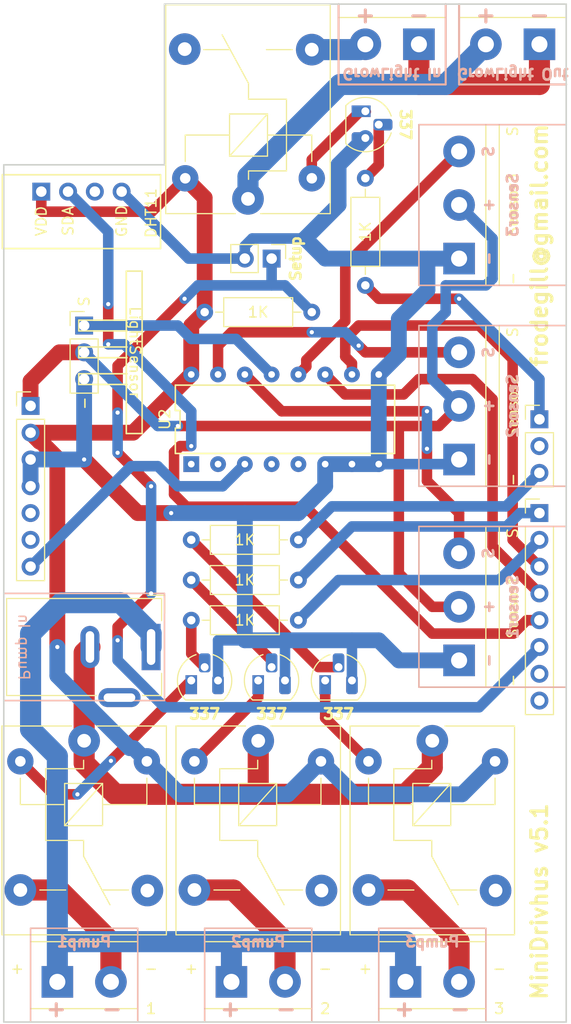
<source format=kicad_pcb>
(kicad_pcb (version 20171130) (host pcbnew 5.1.4+dfsg1-1)

  (general
    (thickness 1.6)
    (drawings 81)
    (tracks 253)
    (zones 0)
    (modules 29)
    (nets 33)
  )

  (page A4)
  (layers
    (0 F.Cu signal)
    (31 B.Cu signal)
    (32 B.Adhes user)
    (33 F.Adhes user)
    (34 B.Paste user)
    (35 F.Paste user)
    (36 B.SilkS user)
    (37 F.SilkS user)
    (38 B.Mask user)
    (39 F.Mask user)
    (40 Dwgs.User user)
    (41 Cmts.User user)
    (42 Eco1.User user)
    (43 Eco2.User user)
    (44 Edge.Cuts user)
    (45 Margin user)
    (46 B.CrtYd user)
    (47 F.CrtYd user)
    (48 B.Fab user)
    (49 F.Fab user)
  )

  (setup
    (last_trace_width 1.5)
    (user_trace_width 0.5)
    (user_trace_width 1)
    (user_trace_width 1.5)
    (user_trace_width 2)
    (trace_clearance 0.2)
    (zone_clearance 0.508)
    (zone_45_only no)
    (trace_min 0.2)
    (via_size 0.8)
    (via_drill 0.4)
    (via_min_size 0.4)
    (via_min_drill 0.3)
    (uvia_size 0.3)
    (uvia_drill 0.1)
    (uvias_allowed no)
    (uvia_min_size 0.2)
    (uvia_min_drill 0.1)
    (edge_width 0.15)
    (segment_width 0.2)
    (pcb_text_width 0.3)
    (pcb_text_size 1.5 1.5)
    (mod_edge_width 0.15)
    (mod_text_size 1 1)
    (mod_text_width 0.15)
    (pad_size 1.524 1.524)
    (pad_drill 0.762)
    (pad_to_mask_clearance 0.051)
    (solder_mask_min_width 0.25)
    (aux_axis_origin 0 0)
    (visible_elements FFFFFF7F)
    (pcbplotparams
      (layerselection 0x010fc_ffffffff)
      (usegerberextensions false)
      (usegerberattributes false)
      (usegerberadvancedattributes false)
      (creategerberjobfile false)
      (excludeedgelayer true)
      (linewidth 0.100000)
      (plotframeref false)
      (viasonmask false)
      (mode 1)
      (useauxorigin false)
      (hpglpennumber 1)
      (hpglpenspeed 20)
      (hpglpendiameter 15.000000)
      (psnegative false)
      (psa4output false)
      (plotreference true)
      (plotvalue true)
      (plotinvisibletext false)
      (padsonsilk false)
      (subtractmaskfromsilk false)
      (outputformat 1)
      (mirror false)
      (drillshape 0)
      (scaleselection 1)
      (outputdirectory "/tmp/minidrivhus/"))
  )

  (net 0 "")
  (net 1 +3V3)
  (net 2 +5V)
  (net 3 GND)
  (net 4 "Net-(J1-Pad7)")
  (net 5 "Net-(J3-Pad1)")
  (net 6 "Net-(J4-Pad2)")
  (net 7 "Net-(J5-Pad3)")
  (net 8 "Net-(J12-Pad1)")
  (net 9 "Net-(J6-Pad2)")
  (net 10 "Net-(J7-Pad2)")
  (net 11 "Net-(J8-Pad3)")
  (net 12 "Net-(J11-Pad6)")
  (net 13 "Net-(J10-Pad3)")
  (net 14 "Net-(J11-Pad1)")
  (net 15 "Net-(J11-Pad2)")
  (net 16 "Net-(J11-Pad3)")
  (net 17 "Net-(J11-Pad4)")
  (net 18 "Net-(J11-Pad5)")
  (net 19 "Net-(J12-Pad2)")
  (net 20 "Net-(K1-Pad2)")
  (net 21 "Net-(K2-Pad2)")
  (net 22 "Net-(K3-Pad2)")
  (net 23 "Net-(Q1-Pad2)")
  (net 24 "Net-(Q2-Pad2)")
  (net 25 "Net-(Q3-Pad2)")
  (net 26 "Net-(J2-Pad2)")
  (net 27 "Net-(J13-Pad1)")
  (net 28 "Net-(J13-Pad2)")
  (net 29 "Net-(J14-Pad3)")
  (net 30 "Net-(K4-Pad2)")
  (net 31 "Net-(Q4-Pad2)")
  (net 32 "Net-(J10-Pad1)")

  (net_class Default "This is the default net class."
    (clearance 0.2)
    (trace_width 0.25)
    (via_dia 0.8)
    (via_drill 0.4)
    (uvia_dia 0.3)
    (uvia_drill 0.1)
    (add_net +3V3)
    (add_net +5V)
    (add_net GND)
    (add_net "Net-(J1-Pad7)")
    (add_net "Net-(J10-Pad1)")
    (add_net "Net-(J10-Pad3)")
    (add_net "Net-(J11-Pad1)")
    (add_net "Net-(J11-Pad2)")
    (add_net "Net-(J11-Pad3)")
    (add_net "Net-(J11-Pad4)")
    (add_net "Net-(J11-Pad5)")
    (add_net "Net-(J11-Pad6)")
    (add_net "Net-(J12-Pad1)")
    (add_net "Net-(J12-Pad2)")
    (add_net "Net-(J13-Pad1)")
    (add_net "Net-(J13-Pad2)")
    (add_net "Net-(J14-Pad3)")
    (add_net "Net-(J2-Pad2)")
    (add_net "Net-(J3-Pad1)")
    (add_net "Net-(J4-Pad2)")
    (add_net "Net-(J5-Pad3)")
    (add_net "Net-(J6-Pad2)")
    (add_net "Net-(J7-Pad2)")
    (add_net "Net-(J8-Pad3)")
    (add_net "Net-(K1-Pad2)")
    (add_net "Net-(K2-Pad2)")
    (add_net "Net-(K3-Pad2)")
    (add_net "Net-(K4-Pad2)")
    (add_net "Net-(Q1-Pad2)")
    (add_net "Net-(Q2-Pad2)")
    (add_net "Net-(Q3-Pad2)")
    (add_net "Net-(Q4-Pad2)")
  )

  (module Connector_PinHeader_2.54mm:PinHeader_1x07_P2.54mm_Vertical (layer F.Cu) (tedit 5E302574) (tstamp 5E2F1378)
    (at 142.24 73.66)
    (descr "Through hole straight pin header, 1x07, 2.54mm pitch, single row")
    (tags "Through hole pin header THT 1x07 2.54mm single row")
    (path /5E2AA746)
    (fp_text reference J1 (at 0 -2.33) (layer F.SilkS) hide
      (effects (font (size 1 1) (thickness 0.15)))
    )
    (fp_text value PWR,A0 (at 0 17.57) (layer F.Fab) hide
      (effects (font (size 1 1) (thickness 0.15)))
    )
    (fp_line (start -0.635 -1.27) (end 1.27 -1.27) (layer F.Fab) (width 0.1))
    (fp_line (start 1.27 -1.27) (end 1.27 16.51) (layer F.Fab) (width 0.1))
    (fp_line (start 1.27 16.51) (end -1.27 16.51) (layer F.Fab) (width 0.1))
    (fp_line (start -1.27 16.51) (end -1.27 -0.635) (layer F.Fab) (width 0.1))
    (fp_line (start -1.27 -0.635) (end -0.635 -1.27) (layer F.Fab) (width 0.1))
    (fp_line (start -1.33 16.57) (end 1.33 16.57) (layer F.SilkS) (width 0.12))
    (fp_line (start -1.33 1.27) (end -1.33 16.57) (layer F.SilkS) (width 0.12))
    (fp_line (start 1.33 1.27) (end 1.33 16.57) (layer F.SilkS) (width 0.12))
    (fp_line (start -1.33 1.27) (end 1.33 1.27) (layer F.SilkS) (width 0.12))
    (fp_line (start -1.33 0) (end -1.33 -1.33) (layer F.SilkS) (width 0.12))
    (fp_line (start -1.33 -1.33) (end 0 -1.33) (layer F.SilkS) (width 0.12))
    (fp_line (start -1.8 -1.8) (end -1.8 17.05) (layer F.CrtYd) (width 0.05))
    (fp_line (start -1.8 17.05) (end 1.8 17.05) (layer F.CrtYd) (width 0.05))
    (fp_line (start 1.8 17.05) (end 1.8 -1.8) (layer F.CrtYd) (width 0.05))
    (fp_line (start 1.8 -1.8) (end -1.8 -1.8) (layer F.CrtYd) (width 0.05))
    (fp_text user %R (at 0 7.62 90) (layer F.Fab)
      (effects (font (size 1 1) (thickness 0.15)))
    )
    (pad 1 thru_hole rect (at 0 0) (size 1.7 1.7) (drill 1) (layers *.Cu *.Mask)
      (net 1 +3V3))
    (pad 2 thru_hole oval (at 0 2.54) (size 1.7 1.7) (drill 1) (layers *.Cu *.Mask)
      (net 2 +5V))
    (pad 3 thru_hole oval (at 0 5.08) (size 1.7 1.7) (drill 1) (layers *.Cu *.Mask)
      (net 3 GND))
    (pad 4 thru_hole oval (at 0 7.62) (size 1.7 1.7) (drill 1) (layers *.Cu *.Mask)
      (net 3 GND))
    (pad 5 thru_hole oval (at 0 10.16) (size 1.7 1.7) (drill 1) (layers *.Cu *.Mask))
    (pad 6 thru_hole oval (at 0 12.7) (size 1.7 1.7) (drill 1) (layers *.Cu *.Mask))
    (pad 7 thru_hole oval (at 0 15.24) (size 1.7 1.7) (drill 1) (layers *.Cu *.Mask)
      (net 4 "Net-(J1-Pad7)"))
    (model ${KISYS3DMOD}/Connector_PinHeader_2.54mm.3dshapes/PinHeader_1x07_P2.54mm_Vertical.wrl
      (at (xyz 0 0 0))
      (scale (xyz 1 1 1))
      (rotate (xyz 0 0 0))
    )
  )

  (module TerminalBlock:TerminalBlock_bornier-2_P5.08mm (layer F.Cu) (tedit 5E30288D) (tstamp 5E9D0729)
    (at 144.78 128.27)
    (descr "simple 2-pin terminal block, pitch 5.08mm, revamped version of bornier2")
    (tags "terminal block bornier2")
    (path /5E2ACB64)
    (fp_text reference J4 (at 2.54 -5.08) (layer F.SilkS) hide
      (effects (font (size 1 1) (thickness 0.15)))
    )
    (fp_text value Pump1 (at 2.54 5.08) (layer F.Fab) hide
      (effects (font (size 1 1) (thickness 0.15)))
    )
    (fp_text user %R (at 2.54 0) (layer F.Fab) hide
      (effects (font (size 1 1) (thickness 0.15)))
    )
    (fp_line (start -2.41 2.55) (end 7.49 2.55) (layer F.Fab) (width 0.1))
    (fp_line (start -2.46 -3.75) (end -2.46 3.75) (layer F.Fab) (width 0.1))
    (fp_line (start -2.46 3.75) (end 7.54 3.75) (layer F.Fab) (width 0.1))
    (fp_line (start 7.54 3.75) (end 7.54 -3.75) (layer F.Fab) (width 0.1))
    (fp_line (start 7.54 -3.75) (end -2.46 -3.75) (layer F.Fab) (width 0.1))
    (fp_line (start 7.62 2.54) (end -2.54 2.54) (layer F.SilkS) (width 0.12))
    (fp_line (start 7.62 3.81) (end 7.62 -3.81) (layer F.SilkS) (width 0.12))
    (fp_line (start 7.62 -3.81) (end -2.54 -3.81) (layer F.SilkS) (width 0.12))
    (fp_line (start -2.54 -3.81) (end -2.54 3.81) (layer F.SilkS) (width 0.12))
    (fp_line (start -2.54 3.81) (end 7.62 3.81) (layer F.SilkS) (width 0.12))
    (fp_line (start -2.71 -4) (end 7.79 -4) (layer F.CrtYd) (width 0.05))
    (fp_line (start -2.71 -4) (end -2.71 4) (layer F.CrtYd) (width 0.05))
    (fp_line (start 7.79 4) (end 7.79 -4) (layer F.CrtYd) (width 0.05))
    (fp_line (start 7.79 4) (end -2.71 4) (layer F.CrtYd) (width 0.05))
    (pad 1 thru_hole rect (at 0 0) (size 3 3) (drill 1.52) (layers *.Cu *.Mask)
      (net 27 "Net-(J13-Pad1)"))
    (pad 2 thru_hole circle (at 5.08 0) (size 3 3) (drill 1.52) (layers *.Cu *.Mask)
      (net 6 "Net-(J4-Pad2)"))
    (model ${KISYS3DMOD}/TerminalBlock.3dshapes/TerminalBlock_bornier-2_P5.08mm.wrl
      (offset (xyz 2.539999961853027 0 0))
      (scale (xyz 1 1 1))
      (rotate (xyz 0 0 0))
    )
  )

  (module TerminalBlock:TerminalBlock_bornier-3_P5.08mm (layer F.Cu) (tedit 5E302882) (tstamp 5E9D0EDD)
    (at 182.88 97.79 90)
    (descr "simple 3-pin terminal block, pitch 5.08mm, revamped version of bornier3")
    (tags "terminal block bornier3")
    (path /5E2ACA27)
    (fp_text reference J5 (at 5.05 -4.65 90) (layer F.SilkS) hide
      (effects (font (size 1 1) (thickness 0.15)))
    )
    (fp_text value Sensor1 (at 5.08 5.08 90) (layer F.Fab) hide
      (effects (font (size 1 1) (thickness 0.15)))
    )
    (fp_text user %R (at 5.08 0 90) (layer F.Fab)
      (effects (font (size 1 1) (thickness 0.15)))
    )
    (fp_line (start -2.47 2.55) (end 12.63 2.55) (layer F.Fab) (width 0.1))
    (fp_line (start -2.47 -3.75) (end 12.63 -3.75) (layer F.Fab) (width 0.1))
    (fp_line (start 12.63 -3.75) (end 12.63 3.75) (layer F.Fab) (width 0.1))
    (fp_line (start 12.63 3.75) (end -2.47 3.75) (layer F.Fab) (width 0.1))
    (fp_line (start -2.47 3.75) (end -2.47 -3.75) (layer F.Fab) (width 0.1))
    (fp_line (start -2.54 3.81) (end -2.54 -3.81) (layer F.SilkS) (width 0.12))
    (fp_line (start 12.7 3.81) (end 12.7 -3.81) (layer F.SilkS) (width 0.12))
    (fp_line (start -2.54 2.54) (end 12.7 2.54) (layer F.SilkS) (width 0.12))
    (fp_line (start -2.54 -3.81) (end 12.7 -3.81) (layer F.SilkS) (width 0.12))
    (fp_line (start -2.54 3.81) (end 12.7 3.81) (layer F.SilkS) (width 0.12))
    (fp_line (start -2.72 -4) (end 12.88 -4) (layer F.CrtYd) (width 0.05))
    (fp_line (start -2.72 -4) (end -2.72 4) (layer F.CrtYd) (width 0.05))
    (fp_line (start 12.88 4) (end 12.88 -4) (layer F.CrtYd) (width 0.05))
    (fp_line (start 12.88 4) (end -2.72 4) (layer F.CrtYd) (width 0.05))
    (pad 1 thru_hole rect (at 0 0 90) (size 3 3) (drill 1.52) (layers *.Cu *.Mask)
      (net 3 GND))
    (pad 2 thru_hole circle (at 5.08 0 90) (size 3 3) (drill 1.52) (layers *.Cu *.Mask)
      (net 1 +3V3))
    (pad 3 thru_hole circle (at 10.16 0 90) (size 3 3) (drill 1.52) (layers *.Cu *.Mask)
      (net 7 "Net-(J5-Pad3)"))
    (model ${KISYS3DMOD}/TerminalBlock.3dshapes/TerminalBlock_bornier-3_P5.08mm.wrl
      (offset (xyz 5.079999923706055 0 0))
      (scale (xyz 1 1 1))
      (rotate (xyz 0 0 0))
    )
  )

  (module TerminalBlock:TerminalBlock_bornier-2_P5.08mm (layer F.Cu) (tedit 5E3023BB) (tstamp 5E49D6E2)
    (at 179.07 39.37 180)
    (descr "simple 2-pin terminal block, pitch 5.08mm, revamped version of bornier2")
    (tags "terminal block bornier2")
    (path /5E2E9A69)
    (fp_text reference J6 (at 2.54 -5.08 180) (layer F.SilkS) hide
      (effects (font (size 1 1) (thickness 0.15)))
    )
    (fp_text value "GrowLight In" (at 2.54 5.08 180) (layer F.Fab) hide
      (effects (font (size 1 1) (thickness 0.15)))
    )
    (fp_text user %R (at 2.54 0 180) (layer F.Fab) hide
      (effects (font (size 1 1) (thickness 0.15)))
    )
    (fp_line (start -2.41 2.55) (end 7.49 2.55) (layer F.Fab) (width 0.1))
    (fp_line (start -2.46 -3.75) (end -2.46 3.75) (layer F.Fab) (width 0.1))
    (fp_line (start -2.46 3.75) (end 7.54 3.75) (layer F.Fab) (width 0.1))
    (fp_line (start 7.54 3.75) (end 7.54 -3.75) (layer F.Fab) (width 0.1))
    (fp_line (start 7.54 -3.75) (end -2.46 -3.75) (layer F.Fab) (width 0.1))
    (fp_line (start 7.62 2.54) (end -2.54 2.54) (layer F.SilkS) (width 0.12))
    (fp_line (start 7.62 3.81) (end 7.62 -3.81) (layer F.SilkS) (width 0.12))
    (fp_line (start 7.62 -3.81) (end -2.54 -3.81) (layer F.SilkS) (width 0.12))
    (fp_line (start -2.54 -3.81) (end -2.54 3.81) (layer F.SilkS) (width 0.12))
    (fp_line (start -2.54 3.81) (end 7.62 3.81) (layer F.SilkS) (width 0.12))
    (fp_line (start -2.71 -4) (end 7.79 -4) (layer F.CrtYd) (width 0.05))
    (fp_line (start -2.71 -4) (end -2.71 4) (layer F.CrtYd) (width 0.05))
    (fp_line (start 7.79 4) (end 7.79 -4) (layer F.CrtYd) (width 0.05))
    (fp_line (start 7.79 4) (end -2.71 4) (layer F.CrtYd) (width 0.05))
    (pad 1 thru_hole rect (at 0 0 180) (size 3 3) (drill 1.52) (layers *.Cu *.Mask)
      (net 8 "Net-(J12-Pad1)"))
    (pad 2 thru_hole circle (at 5.08 0 180) (size 3 3) (drill 1.52) (layers *.Cu *.Mask)
      (net 9 "Net-(J6-Pad2)"))
    (model ${KISYS3DMOD}/TerminalBlock.3dshapes/TerminalBlock_bornier-2_P5.08mm.wrl
      (offset (xyz 2.539999961853027 0 0))
      (scale (xyz 1 1 1))
      (rotate (xyz 0 0 0))
    )
  )

  (module TerminalBlock:TerminalBlock_bornier-2_P5.08mm (layer F.Cu) (tedit 5E302888) (tstamp 5E49D6F7)
    (at 161.29 128.27)
    (descr "simple 2-pin terminal block, pitch 5.08mm, revamped version of bornier2")
    (tags "terminal block bornier2")
    (path /5E2ACC20)
    (fp_text reference J7 (at 2.54 -5.08) (layer F.SilkS) hide
      (effects (font (size 1 1) (thickness 0.15)))
    )
    (fp_text value Pump2 (at 2.54 5.08) (layer F.Fab) hide
      (effects (font (size 1 1) (thickness 0.15)))
    )
    (fp_line (start 7.79 4) (end -2.71 4) (layer F.CrtYd) (width 0.05))
    (fp_line (start 7.79 4) (end 7.79 -4) (layer F.CrtYd) (width 0.05))
    (fp_line (start -2.71 -4) (end -2.71 4) (layer F.CrtYd) (width 0.05))
    (fp_line (start -2.71 -4) (end 7.79 -4) (layer F.CrtYd) (width 0.05))
    (fp_line (start -2.54 3.81) (end 7.62 3.81) (layer F.SilkS) (width 0.12))
    (fp_line (start -2.54 -3.81) (end -2.54 3.81) (layer F.SilkS) (width 0.12))
    (fp_line (start 7.62 -3.81) (end -2.54 -3.81) (layer F.SilkS) (width 0.12))
    (fp_line (start 7.62 3.81) (end 7.62 -3.81) (layer F.SilkS) (width 0.12))
    (fp_line (start 7.62 2.54) (end -2.54 2.54) (layer F.SilkS) (width 0.12))
    (fp_line (start 7.54 -3.75) (end -2.46 -3.75) (layer F.Fab) (width 0.1))
    (fp_line (start 7.54 3.75) (end 7.54 -3.75) (layer F.Fab) (width 0.1))
    (fp_line (start -2.46 3.75) (end 7.54 3.75) (layer F.Fab) (width 0.1))
    (fp_line (start -2.46 -3.75) (end -2.46 3.75) (layer F.Fab) (width 0.1))
    (fp_line (start -2.41 2.55) (end 7.49 2.55) (layer F.Fab) (width 0.1))
    (fp_text user %R (at 2.54 0) (layer F.Fab) hide
      (effects (font (size 1 1) (thickness 0.15)))
    )
    (pad 2 thru_hole circle (at 5.08 0) (size 3 3) (drill 1.52) (layers *.Cu *.Mask)
      (net 10 "Net-(J7-Pad2)"))
    (pad 1 thru_hole rect (at 0 0) (size 3 3) (drill 1.52) (layers *.Cu *.Mask)
      (net 27 "Net-(J13-Pad1)"))
    (model ${KISYS3DMOD}/TerminalBlock.3dshapes/TerminalBlock_bornier-2_P5.08mm.wrl
      (offset (xyz 2.539999961853027 0 0))
      (scale (xyz 1 1 1))
      (rotate (xyz 0 0 0))
    )
  )

  (module Connector_PinHeader_2.54mm:PinHeader_1x02_P2.54mm_Vertical (layer F.Cu) (tedit 5E3023E7) (tstamp 5E49D724)
    (at 165.1 59.69 270)
    (descr "Through hole straight pin header, 1x02, 2.54mm pitch, single row")
    (tags "Through hole pin header THT 1x02 2.54mm single row")
    (path /5E2B1EB6)
    (fp_text reference J9 (at 0 -2.33 90) (layer F.SilkS) hide
      (effects (font (size 1 1) (thickness 0.15)))
    )
    (fp_text value Setup (at 0 4.87 90) (layer F.Fab) hide
      (effects (font (size 1 1) (thickness 0.15)))
    )
    (fp_line (start -0.635 -1.27) (end 1.27 -1.27) (layer F.Fab) (width 0.1))
    (fp_line (start 1.27 -1.27) (end 1.27 3.81) (layer F.Fab) (width 0.1))
    (fp_line (start 1.27 3.81) (end -1.27 3.81) (layer F.Fab) (width 0.1))
    (fp_line (start -1.27 3.81) (end -1.27 -0.635) (layer F.Fab) (width 0.1))
    (fp_line (start -1.27 -0.635) (end -0.635 -1.27) (layer F.Fab) (width 0.1))
    (fp_line (start -1.33 3.87) (end 1.33 3.87) (layer F.SilkS) (width 0.12))
    (fp_line (start -1.33 1.27) (end -1.33 3.87) (layer F.SilkS) (width 0.12))
    (fp_line (start 1.33 1.27) (end 1.33 3.87) (layer F.SilkS) (width 0.12))
    (fp_line (start -1.33 1.27) (end 1.33 1.27) (layer F.SilkS) (width 0.12))
    (fp_line (start -1.33 0) (end -1.33 -1.33) (layer F.SilkS) (width 0.12))
    (fp_line (start -1.33 -1.33) (end 0 -1.33) (layer F.SilkS) (width 0.12))
    (fp_line (start -1.8 -1.8) (end -1.8 4.35) (layer F.CrtYd) (width 0.05))
    (fp_line (start -1.8 4.35) (end 1.8 4.35) (layer F.CrtYd) (width 0.05))
    (fp_line (start 1.8 4.35) (end 1.8 -1.8) (layer F.CrtYd) (width 0.05))
    (fp_line (start 1.8 -1.8) (end -1.8 -1.8) (layer F.CrtYd) (width 0.05))
    (fp_text user %R (at 0 1.27) (layer F.Fab) hide
      (effects (font (size 1 1) (thickness 0.15)))
    )
    (pad 1 thru_hole rect (at 0 0 270) (size 1.7 1.7) (drill 1) (layers *.Cu *.Mask)
      (net 12 "Net-(J11-Pad6)"))
    (pad 2 thru_hole oval (at 0 2.54 270) (size 1.7 1.7) (drill 1) (layers *.Cu *.Mask)
      (net 3 GND))
    (model ${KISYS3DMOD}/Connector_PinHeader_2.54mm.3dshapes/PinHeader_1x02_P2.54mm_Vertical.wrl
      (at (xyz 0 0 0))
      (scale (xyz 1 1 1))
      (rotate (xyz 0 0 0))
    )
  )

  (module Connector_PinHeader_2.54mm:PinHeader_1x03_P2.54mm_Vertical (layer F.Cu) (tedit 5E3025EA) (tstamp 5E2F11D0)
    (at 190.5 74.93)
    (descr "Through hole straight pin header, 1x03, 2.54mm pitch, single row")
    (tags "Through hole pin header THT 1x03 2.54mm single row")
    (path /5E2AABA5)
    (fp_text reference J10 (at 0 -2.33) (layer F.SilkS) hide
      (effects (font (size 1 1) (thickness 0.15)))
    )
    (fp_text value D8-D10 (at 0 7.41) (layer F.Fab) hide
      (effects (font (size 1 1) (thickness 0.15)))
    )
    (fp_line (start -0.635 -1.27) (end 1.27 -1.27) (layer F.Fab) (width 0.1))
    (fp_line (start 1.27 -1.27) (end 1.27 6.35) (layer F.Fab) (width 0.1))
    (fp_line (start 1.27 6.35) (end -1.27 6.35) (layer F.Fab) (width 0.1))
    (fp_line (start -1.27 6.35) (end -1.27 -0.635) (layer F.Fab) (width 0.1))
    (fp_line (start -1.27 -0.635) (end -0.635 -1.27) (layer F.Fab) (width 0.1))
    (fp_line (start -1.33 6.41) (end 1.33 6.41) (layer F.SilkS) (width 0.12))
    (fp_line (start -1.33 1.27) (end -1.33 6.41) (layer F.SilkS) (width 0.12))
    (fp_line (start 1.33 1.27) (end 1.33 6.41) (layer F.SilkS) (width 0.12))
    (fp_line (start -1.33 1.27) (end 1.33 1.27) (layer F.SilkS) (width 0.12))
    (fp_line (start -1.33 0) (end -1.33 -1.33) (layer F.SilkS) (width 0.12))
    (fp_line (start -1.33 -1.33) (end 0 -1.33) (layer F.SilkS) (width 0.12))
    (fp_line (start -1.8 -1.8) (end -1.8 6.85) (layer F.CrtYd) (width 0.05))
    (fp_line (start -1.8 6.85) (end 1.8 6.85) (layer F.CrtYd) (width 0.05))
    (fp_line (start 1.8 6.85) (end 1.8 -1.8) (layer F.CrtYd) (width 0.05))
    (fp_line (start 1.8 -1.8) (end -1.8 -1.8) (layer F.CrtYd) (width 0.05))
    (fp_text user %R (at 0 2.54 90) (layer F.Fab)
      (effects (font (size 1 1) (thickness 0.15)))
    )
    (pad 1 thru_hole rect (at 0 0) (size 1.7 1.7) (drill 1) (layers *.Cu *.Mask)
      (net 32 "Net-(J10-Pad1)"))
    (pad 2 thru_hole oval (at 0 2.54) (size 1.7 1.7) (drill 1) (layers *.Cu *.Mask))
    (pad 3 thru_hole oval (at 0 5.08) (size 1.7 1.7) (drill 1) (layers *.Cu *.Mask)
      (net 13 "Net-(J10-Pad3)"))
    (model ${KISYS3DMOD}/Connector_PinHeader_2.54mm.3dshapes/PinHeader_1x03_P2.54mm_Vertical.wrl
      (at (xyz 0 0 0))
      (scale (xyz 1 1 1))
      (rotate (xyz 0 0 0))
    )
  )

  (module Connector_PinHeader_2.54mm:PinHeader_1x08_P2.54mm_Vertical (layer F.Cu) (tedit 5E30277B) (tstamp 5E49D757)
    (at 190.5 83.82)
    (descr "Through hole straight pin header, 1x08, 2.54mm pitch, single row")
    (tags "Through hole pin header THT 1x08 2.54mm single row")
    (path /5E2AAA99)
    (fp_text reference J11 (at 0 -2.33) (layer F.SilkS) hide
      (effects (font (size 1 1) (thickness 0.15)))
    )
    (fp_text value D0-D7 (at 0 20.11) (layer F.Fab) hide
      (effects (font (size 1 1) (thickness 0.15)))
    )
    (fp_line (start -0.635 -1.27) (end 1.27 -1.27) (layer F.Fab) (width 0.1))
    (fp_line (start 1.27 -1.27) (end 1.27 19.05) (layer F.Fab) (width 0.1))
    (fp_line (start 1.27 19.05) (end -1.27 19.05) (layer F.Fab) (width 0.1))
    (fp_line (start -1.27 19.05) (end -1.27 -0.635) (layer F.Fab) (width 0.1))
    (fp_line (start -1.27 -0.635) (end -0.635 -1.27) (layer F.Fab) (width 0.1))
    (fp_line (start -1.33 19.11) (end 1.33 19.11) (layer F.SilkS) (width 0.12))
    (fp_line (start -1.33 1.27) (end -1.33 19.11) (layer F.SilkS) (width 0.12))
    (fp_line (start 1.33 1.27) (end 1.33 19.11) (layer F.SilkS) (width 0.12))
    (fp_line (start -1.33 1.27) (end 1.33 1.27) (layer F.SilkS) (width 0.12))
    (fp_line (start -1.33 0) (end -1.33 -1.33) (layer F.SilkS) (width 0.12))
    (fp_line (start -1.33 -1.33) (end 0 -1.33) (layer F.SilkS) (width 0.12))
    (fp_line (start -1.8 -1.8) (end -1.8 19.55) (layer F.CrtYd) (width 0.05))
    (fp_line (start -1.8 19.55) (end 1.8 19.55) (layer F.CrtYd) (width 0.05))
    (fp_line (start 1.8 19.55) (end 1.8 -1.8) (layer F.CrtYd) (width 0.05))
    (fp_line (start 1.8 -1.8) (end -1.8 -1.8) (layer F.CrtYd) (width 0.05))
    (fp_text user %R (at 0 8.89 90) (layer F.Fab) hide
      (effects (font (size 1 1) (thickness 0.15)))
    )
    (pad 1 thru_hole rect (at 0 0) (size 1.7 1.7) (drill 1) (layers *.Cu *.Mask)
      (net 14 "Net-(J11-Pad1)"))
    (pad 2 thru_hole oval (at 0 2.54) (size 1.7 1.7) (drill 1) (layers *.Cu *.Mask)
      (net 15 "Net-(J11-Pad2)"))
    (pad 3 thru_hole oval (at 0 5.08) (size 1.7 1.7) (drill 1) (layers *.Cu *.Mask)
      (net 16 "Net-(J11-Pad3)"))
    (pad 4 thru_hole oval (at 0 7.62) (size 1.7 1.7) (drill 1) (layers *.Cu *.Mask)
      (net 17 "Net-(J11-Pad4)"))
    (pad 5 thru_hole oval (at 0 10.16) (size 1.7 1.7) (drill 1) (layers *.Cu *.Mask)
      (net 18 "Net-(J11-Pad5)"))
    (pad 6 thru_hole oval (at 0 12.7) (size 1.7 1.7) (drill 1) (layers *.Cu *.Mask)
      (net 12 "Net-(J11-Pad6)"))
    (pad 7 thru_hole oval (at 0 15.24) (size 1.7 1.7) (drill 1) (layers *.Cu *.Mask))
    (pad 8 thru_hole oval (at 0 17.78) (size 1.7 1.7) (drill 1) (layers *.Cu *.Mask))
    (model ${KISYS3DMOD}/Connector_PinHeader_2.54mm.3dshapes/PinHeader_1x08_P2.54mm_Vertical.wrl
      (at (xyz 0 0 0))
      (scale (xyz 1 1 1))
      (rotate (xyz 0 0 0))
    )
  )

  (module TerminalBlock:TerminalBlock_bornier-2_P5.08mm (layer F.Cu) (tedit 5E3023C5) (tstamp 5E49D76C)
    (at 190.5 39.37 180)
    (descr "simple 2-pin terminal block, pitch 5.08mm, revamped version of bornier2")
    (tags "terminal block bornier2")
    (path /5E2E96A7)
    (fp_text reference J12 (at 2.54 -5.08 180) (layer F.SilkS) hide
      (effects (font (size 1 1) (thickness 0.15)))
    )
    (fp_text value "GrowLight Out" (at 2.54 5.08 180) (layer F.Fab) hide
      (effects (font (size 1 1) (thickness 0.15)))
    )
    (fp_text user %R (at 2.54 0 180) (layer F.Fab) hide
      (effects (font (size 1 1) (thickness 0.15)))
    )
    (fp_line (start -2.41 2.55) (end 7.49 2.55) (layer F.Fab) (width 0.1))
    (fp_line (start -2.46 -3.75) (end -2.46 3.75) (layer F.Fab) (width 0.1))
    (fp_line (start -2.46 3.75) (end 7.54 3.75) (layer F.Fab) (width 0.1))
    (fp_line (start 7.54 3.75) (end 7.54 -3.75) (layer F.Fab) (width 0.1))
    (fp_line (start 7.54 -3.75) (end -2.46 -3.75) (layer F.Fab) (width 0.1))
    (fp_line (start 7.62 2.54) (end -2.54 2.54) (layer F.SilkS) (width 0.12))
    (fp_line (start 7.62 3.81) (end 7.62 -3.81) (layer F.SilkS) (width 0.12))
    (fp_line (start 7.62 -3.81) (end -2.54 -3.81) (layer F.SilkS) (width 0.12))
    (fp_line (start -2.54 -3.81) (end -2.54 3.81) (layer F.SilkS) (width 0.12))
    (fp_line (start -2.54 3.81) (end 7.62 3.81) (layer F.SilkS) (width 0.12))
    (fp_line (start -2.71 -4) (end 7.79 -4) (layer F.CrtYd) (width 0.05))
    (fp_line (start -2.71 -4) (end -2.71 4) (layer F.CrtYd) (width 0.05))
    (fp_line (start 7.79 4) (end 7.79 -4) (layer F.CrtYd) (width 0.05))
    (fp_line (start 7.79 4) (end -2.71 4) (layer F.CrtYd) (width 0.05))
    (pad 1 thru_hole rect (at 0 0 180) (size 3 3) (drill 1.52) (layers *.Cu *.Mask)
      (net 8 "Net-(J12-Pad1)"))
    (pad 2 thru_hole circle (at 5.08 0 180) (size 3 3) (drill 1.52) (layers *.Cu *.Mask)
      (net 19 "Net-(J12-Pad2)"))
    (model ${KISYS3DMOD}/TerminalBlock.3dshapes/TerminalBlock_bornier-2_P5.08mm.wrl
      (offset (xyz 2.539999961853027 0 0))
      (scale (xyz 1 1 1))
      (rotate (xyz 0 0 0))
    )
  )

  (module Relay_THT:Relay_SPDT_SANYOU_SRD_Series_Form_C (layer F.Cu) (tedit 5E3026F5) (tstamp 5E9DEB6E)
    (at 147.32 105.41 270)
    (descr "relay Sanyou SRD series Form C http://www.sanyourelay.ca/public/products/pdf/SRD.pdf")
    (tags "relay Sanyu SRD form C")
    (path /5E2AD675)
    (fp_text reference K1 (at 8.1 9.2 270) (layer F.SilkS) hide
      (effects (font (size 1 1) (thickness 0.15)))
    )
    (fp_text value Relay1 (at 8 -9.6 270) (layer F.Fab) hide
      (effects (font (size 1 1) (thickness 0.15)))
    )
    (fp_line (start -1.4 1.2) (end -1.4 7.8) (layer F.SilkS) (width 0.12))
    (fp_line (start -1.4 -7.8) (end -1.4 -1.2) (layer F.SilkS) (width 0.12))
    (fp_line (start -1.4 -7.8) (end 18.4 -7.8) (layer F.SilkS) (width 0.12))
    (fp_line (start 18.4 -7.8) (end 18.4 7.8) (layer F.SilkS) (width 0.12))
    (fp_line (start 18.4 7.8) (end -1.4 7.8) (layer F.SilkS) (width 0.12))
    (fp_text user 1 (at 0 -2.3 270) (layer F.Fab) hide
      (effects (font (size 1 1) (thickness 0.15)))
    )
    (fp_line (start -1.3 -7.7) (end 18.3 -7.7) (layer F.Fab) (width 0.12))
    (fp_line (start 18.3 -7.7) (end 18.3 7.7) (layer F.Fab) (width 0.12))
    (fp_line (start 18.3 7.7) (end -1.3 7.7) (layer F.Fab) (width 0.12))
    (fp_line (start -1.3 7.7) (end -1.3 -7.7) (layer F.Fab) (width 0.12))
    (fp_text user %R (at 7.1 0.025 270) (layer F.Fab) hide
      (effects (font (size 1 1) (thickness 0.15)))
    )
    (fp_line (start 18.55 -7.95) (end -1.55 -7.95) (layer F.CrtYd) (width 0.05))
    (fp_line (start -1.55 7.95) (end -1.55 -7.95) (layer F.CrtYd) (width 0.05))
    (fp_line (start 18.55 -7.95) (end 18.55 7.95) (layer F.CrtYd) (width 0.05))
    (fp_line (start -1.55 7.95) (end 18.55 7.95) (layer F.CrtYd) (width 0.05))
    (fp_line (start 14.15 4.2) (end 14.15 1.75) (layer F.SilkS) (width 0.12))
    (fp_line (start 14.15 -4.2) (end 14.15 -1.7) (layer F.SilkS) (width 0.12))
    (fp_line (start 3.55 6.05) (end 6.05 6.05) (layer F.SilkS) (width 0.12))
    (fp_line (start 2.65 0.05) (end 1.85 0.05) (layer F.SilkS) (width 0.12))
    (fp_line (start 6.05 -5.95) (end 3.55 -5.95) (layer F.SilkS) (width 0.12))
    (fp_line (start 9.45 0.05) (end 10.95 0.05) (layer F.SilkS) (width 0.12))
    (fp_line (start 10.95 0.05) (end 15.55 -2.45) (layer F.SilkS) (width 0.12))
    (fp_line (start 9.45 3.65) (end 2.65 3.65) (layer F.SilkS) (width 0.12))
    (fp_line (start 9.45 0.05) (end 9.45 3.65) (layer F.SilkS) (width 0.12))
    (fp_line (start 2.65 0.05) (end 2.65 3.65) (layer F.SilkS) (width 0.12))
    (fp_line (start 6.05 -5.95) (end 6.05 -1.75) (layer F.SilkS) (width 0.12))
    (fp_line (start 6.05 1.85) (end 6.05 6.05) (layer F.SilkS) (width 0.12))
    (fp_line (start 8.05 1.85) (end 4.05 -1.75) (layer F.SilkS) (width 0.12))
    (fp_line (start 4.05 1.85) (end 4.05 -1.75) (layer F.SilkS) (width 0.12))
    (fp_line (start 4.05 -1.75) (end 8.05 -1.75) (layer F.SilkS) (width 0.12))
    (fp_line (start 8.05 -1.75) (end 8.05 1.85) (layer F.SilkS) (width 0.12))
    (fp_line (start 8.05 1.85) (end 4.05 1.85) (layer F.SilkS) (width 0.12))
    (pad 2 thru_hole circle (at 1.95 6.05) (size 2.5 2.5) (drill 1) (layers *.Cu *.Mask)
      (net 20 "Net-(K1-Pad2)"))
    (pad 3 thru_hole circle (at 14.15 6.05) (size 3 3) (drill 1.3) (layers *.Cu *.Mask)
      (net 6 "Net-(J4-Pad2)"))
    (pad 4 thru_hole circle (at 14.2 -6) (size 3 3) (drill 1.3) (layers *.Cu *.Mask))
    (pad 5 thru_hole circle (at 1.95 -5.95) (size 2.5 2.5) (drill 1) (layers *.Cu *.Mask)
      (net 2 +5V))
    (pad 1 thru_hole circle (at 0 0) (size 3 3) (drill 1.3) (layers *.Cu *.Mask)
      (net 26 "Net-(J2-Pad2)"))
    (model ${KISYS3DMOD}/Relay_THT.3dshapes/Relay_SPDT_SANYOU_SRD_Series_Form_C.wrl
      (at (xyz 0 0 0))
      (scale (xyz 1 1 1))
      (rotate (xyz 0 0 0))
    )
  )

  (module Relay_THT:Relay_SPDT_SANYOU_SRD_Series_Form_C (layer F.Cu) (tedit 5E3028A7) (tstamp 5E49D7BE)
    (at 162.86 54.028 90)
    (descr "relay Sanyou SRD series Form C http://www.sanyourelay.ca/public/products/pdf/SRD.pdf")
    (tags "relay Sanyu SRD form C")
    (path /5E2ADA71)
    (fp_text reference K2 (at 8.1 9.2 270) (layer F.SilkS) hide
      (effects (font (size 1 1) (thickness 0.15)))
    )
    (fp_text value RelayGrowlight (at 8 -9.6 270) (layer F.Fab) hide
      (effects (font (size 1 1) (thickness 0.15)))
    )
    (fp_line (start -1.4 1.2) (end -1.4 7.8) (layer F.SilkS) (width 0.12))
    (fp_line (start -1.4 -7.8) (end -1.4 -1.2) (layer F.SilkS) (width 0.12))
    (fp_line (start -1.4 -7.8) (end 18.4 -7.8) (layer F.SilkS) (width 0.12))
    (fp_line (start 18.4 -7.8) (end 18.4 7.8) (layer F.SilkS) (width 0.12))
    (fp_line (start 18.4 7.8) (end -1.4 7.8) (layer F.SilkS) (width 0.12))
    (fp_text user 1 (at 0 -2.3 270) (layer F.Fab) hide
      (effects (font (size 1 1) (thickness 0.15)))
    )
    (fp_line (start -1.3 -7.7) (end 18.3 -7.7) (layer F.Fab) (width 0.12))
    (fp_line (start 18.3 -7.7) (end 18.3 7.7) (layer F.Fab) (width 0.12))
    (fp_line (start 18.3 7.7) (end -1.3 7.7) (layer F.Fab) (width 0.12))
    (fp_line (start -1.3 7.7) (end -1.3 -7.7) (layer F.Fab) (width 0.12))
    (fp_text user %R (at 7.1 0.025 270) (layer F.Fab) hide
      (effects (font (size 1 1) (thickness 0.15)))
    )
    (fp_line (start 18.55 -7.95) (end -1.55 -7.95) (layer F.CrtYd) (width 0.05))
    (fp_line (start -1.55 7.95) (end -1.55 -7.95) (layer F.CrtYd) (width 0.05))
    (fp_line (start 18.55 -7.95) (end 18.55 7.95) (layer F.CrtYd) (width 0.05))
    (fp_line (start -1.55 7.95) (end 18.55 7.95) (layer F.CrtYd) (width 0.05))
    (fp_line (start 14.15 4.2) (end 14.15 1.75) (layer F.SilkS) (width 0.12))
    (fp_line (start 14.15 -4.2) (end 14.15 -1.7) (layer F.SilkS) (width 0.12))
    (fp_line (start 3.55 6.05) (end 6.05 6.05) (layer F.SilkS) (width 0.12))
    (fp_line (start 2.65 0.05) (end 1.85 0.05) (layer F.SilkS) (width 0.12))
    (fp_line (start 6.05 -5.95) (end 3.55 -5.95) (layer F.SilkS) (width 0.12))
    (fp_line (start 9.45 0.05) (end 10.95 0.05) (layer F.SilkS) (width 0.12))
    (fp_line (start 10.95 0.05) (end 15.55 -2.45) (layer F.SilkS) (width 0.12))
    (fp_line (start 9.45 3.65) (end 2.65 3.65) (layer F.SilkS) (width 0.12))
    (fp_line (start 9.45 0.05) (end 9.45 3.65) (layer F.SilkS) (width 0.12))
    (fp_line (start 2.65 0.05) (end 2.65 3.65) (layer F.SilkS) (width 0.12))
    (fp_line (start 6.05 -5.95) (end 6.05 -1.75) (layer F.SilkS) (width 0.12))
    (fp_line (start 6.05 1.85) (end 6.05 6.05) (layer F.SilkS) (width 0.12))
    (fp_line (start 8.05 1.85) (end 4.05 -1.75) (layer F.SilkS) (width 0.12))
    (fp_line (start 4.05 1.85) (end 4.05 -1.75) (layer F.SilkS) (width 0.12))
    (fp_line (start 4.05 -1.75) (end 8.05 -1.75) (layer F.SilkS) (width 0.12))
    (fp_line (start 8.05 -1.75) (end 8.05 1.85) (layer F.SilkS) (width 0.12))
    (fp_line (start 8.05 1.85) (end 4.05 1.85) (layer F.SilkS) (width 0.12))
    (pad 2 thru_hole circle (at 1.95 6.05 180) (size 2.5 2.5) (drill 1) (layers *.Cu *.Mask)
      (net 21 "Net-(K2-Pad2)"))
    (pad 3 thru_hole circle (at 14.15 6.05 180) (size 3 3) (drill 1.3) (layers *.Cu *.Mask)
      (net 9 "Net-(J6-Pad2)"))
    (pad 4 thru_hole circle (at 14.2 -6 180) (size 3 3) (drill 1.3) (layers *.Cu *.Mask))
    (pad 5 thru_hole circle (at 1.95 -5.95 180) (size 2.5 2.5) (drill 1) (layers *.Cu *.Mask)
      (net 2 +5V))
    (pad 1 thru_hole circle (at 0 0 180) (size 3 3) (drill 1.3) (layers *.Cu *.Mask)
      (net 19 "Net-(J12-Pad2)"))
    (model ${KISYS3DMOD}/Relay_THT.3dshapes/Relay_SPDT_SANYOU_SRD_Series_Form_C.wrl
      (at (xyz 0 0 0))
      (scale (xyz 1 1 1))
      (rotate (xyz 0 0 0))
    )
  )

  (module Relay_THT:Relay_SPDT_SANYOU_SRD_Series_Form_C (layer F.Cu) (tedit 5E3026EF) (tstamp 5E9DEAA4)
    (at 163.83 105.41 270)
    (descr "relay Sanyou SRD series Form C http://www.sanyourelay.ca/public/products/pdf/SRD.pdf")
    (tags "relay Sanyu SRD form C")
    (path /5E2AD6E3)
    (fp_text reference K3 (at 8.1 9.2 270) (layer F.SilkS) hide
      (effects (font (size 1 1) (thickness 0.15)))
    )
    (fp_text value Relay2 (at 8 -9.6 270) (layer F.Fab) hide
      (effects (font (size 1 1) (thickness 0.15)))
    )
    (fp_line (start 8.05 1.85) (end 4.05 1.85) (layer F.SilkS) (width 0.12))
    (fp_line (start 8.05 -1.75) (end 8.05 1.85) (layer F.SilkS) (width 0.12))
    (fp_line (start 4.05 -1.75) (end 8.05 -1.75) (layer F.SilkS) (width 0.12))
    (fp_line (start 4.05 1.85) (end 4.05 -1.75) (layer F.SilkS) (width 0.12))
    (fp_line (start 8.05 1.85) (end 4.05 -1.75) (layer F.SilkS) (width 0.12))
    (fp_line (start 6.05 1.85) (end 6.05 6.05) (layer F.SilkS) (width 0.12))
    (fp_line (start 6.05 -5.95) (end 6.05 -1.75) (layer F.SilkS) (width 0.12))
    (fp_line (start 2.65 0.05) (end 2.65 3.65) (layer F.SilkS) (width 0.12))
    (fp_line (start 9.45 0.05) (end 9.45 3.65) (layer F.SilkS) (width 0.12))
    (fp_line (start 9.45 3.65) (end 2.65 3.65) (layer F.SilkS) (width 0.12))
    (fp_line (start 10.95 0.05) (end 15.55 -2.45) (layer F.SilkS) (width 0.12))
    (fp_line (start 9.45 0.05) (end 10.95 0.05) (layer F.SilkS) (width 0.12))
    (fp_line (start 6.05 -5.95) (end 3.55 -5.95) (layer F.SilkS) (width 0.12))
    (fp_line (start 2.65 0.05) (end 1.85 0.05) (layer F.SilkS) (width 0.12))
    (fp_line (start 3.55 6.05) (end 6.05 6.05) (layer F.SilkS) (width 0.12))
    (fp_line (start 14.15 -4.2) (end 14.15 -1.7) (layer F.SilkS) (width 0.12))
    (fp_line (start 14.15 4.2) (end 14.15 1.75) (layer F.SilkS) (width 0.12))
    (fp_line (start -1.55 7.95) (end 18.55 7.95) (layer F.CrtYd) (width 0.05))
    (fp_line (start 18.55 -7.95) (end 18.55 7.95) (layer F.CrtYd) (width 0.05))
    (fp_line (start -1.55 7.95) (end -1.55 -7.95) (layer F.CrtYd) (width 0.05))
    (fp_line (start 18.55 -7.95) (end -1.55 -7.95) (layer F.CrtYd) (width 0.05))
    (fp_text user %R (at 7.1 0.025 270) (layer F.Fab) hide
      (effects (font (size 1 1) (thickness 0.15)))
    )
    (fp_line (start -1.3 7.7) (end -1.3 -7.7) (layer F.Fab) (width 0.12))
    (fp_line (start 18.3 7.7) (end -1.3 7.7) (layer F.Fab) (width 0.12))
    (fp_line (start 18.3 -7.7) (end 18.3 7.7) (layer F.Fab) (width 0.12))
    (fp_line (start -1.3 -7.7) (end 18.3 -7.7) (layer F.Fab) (width 0.12))
    (fp_text user 1 (at 0 -2.3 270) (layer F.Fab) hide
      (effects (font (size 1 1) (thickness 0.15)))
    )
    (fp_line (start 18.4 7.8) (end -1.4 7.8) (layer F.SilkS) (width 0.12))
    (fp_line (start 18.4 -7.8) (end 18.4 7.8) (layer F.SilkS) (width 0.12))
    (fp_line (start -1.4 -7.8) (end 18.4 -7.8) (layer F.SilkS) (width 0.12))
    (fp_line (start -1.4 -7.8) (end -1.4 -1.2) (layer F.SilkS) (width 0.12))
    (fp_line (start -1.4 1.2) (end -1.4 7.8) (layer F.SilkS) (width 0.12))
    (pad 1 thru_hole circle (at 0 0) (size 3 3) (drill 1.3) (layers *.Cu *.Mask)
      (net 26 "Net-(J2-Pad2)"))
    (pad 5 thru_hole circle (at 1.95 -5.95) (size 2.5 2.5) (drill 1) (layers *.Cu *.Mask)
      (net 2 +5V))
    (pad 4 thru_hole circle (at 14.2 -6) (size 3 3) (drill 1.3) (layers *.Cu *.Mask))
    (pad 3 thru_hole circle (at 14.15 6.05) (size 3 3) (drill 1.3) (layers *.Cu *.Mask)
      (net 10 "Net-(J7-Pad2)"))
    (pad 2 thru_hole circle (at 1.95 6.05) (size 2.5 2.5) (drill 1) (layers *.Cu *.Mask)
      (net 22 "Net-(K3-Pad2)"))
    (model ${KISYS3DMOD}/Relay_THT.3dshapes/Relay_SPDT_SANYOU_SRD_Series_Form_C.wrl
      (at (xyz 0 0 0))
      (scale (xyz 1 1 1))
      (rotate (xyz 0 0 0))
    )
  )

  (module Resistor_THT:R_Axial_DIN0207_L6.3mm_D2.5mm_P10.16mm_Horizontal (layer F.Cu) (tedit 5E302561) (tstamp 5E49D834)
    (at 157.48 93.98)
    (descr "Resistor, Axial_DIN0207 series, Axial, Horizontal, pin pitch=10.16mm, 0.25W = 1/4W, length*diameter=6.3*2.5mm^2, http://cdn-reichelt.de/documents/datenblatt/B400/1_4W%23YAG.pdf")
    (tags "Resistor Axial_DIN0207 series Axial Horizontal pin pitch 10.16mm 0.25W = 1/4W length 6.3mm diameter 2.5mm")
    (path /5E2B307D)
    (fp_text reference R1 (at 5.08 -2.37) (layer F.SilkS) hide
      (effects (font (size 1 1) (thickness 0.15)))
    )
    (fp_text value 1K (at 5.08 2.37) (layer F.Fab) hide
      (effects (font (size 1 1) (thickness 0.15)))
    )
    (fp_line (start 1.93 -1.25) (end 1.93 1.25) (layer F.Fab) (width 0.1))
    (fp_line (start 1.93 1.25) (end 8.23 1.25) (layer F.Fab) (width 0.1))
    (fp_line (start 8.23 1.25) (end 8.23 -1.25) (layer F.Fab) (width 0.1))
    (fp_line (start 8.23 -1.25) (end 1.93 -1.25) (layer F.Fab) (width 0.1))
    (fp_line (start 0 0) (end 1.93 0) (layer F.Fab) (width 0.1))
    (fp_line (start 10.16 0) (end 8.23 0) (layer F.Fab) (width 0.1))
    (fp_line (start 1.81 -1.37) (end 1.81 1.37) (layer F.SilkS) (width 0.12))
    (fp_line (start 1.81 1.37) (end 8.35 1.37) (layer F.SilkS) (width 0.12))
    (fp_line (start 8.35 1.37) (end 8.35 -1.37) (layer F.SilkS) (width 0.12))
    (fp_line (start 8.35 -1.37) (end 1.81 -1.37) (layer F.SilkS) (width 0.12))
    (fp_line (start 1.04 0) (end 1.81 0) (layer F.SilkS) (width 0.12))
    (fp_line (start 9.12 0) (end 8.35 0) (layer F.SilkS) (width 0.12))
    (fp_line (start -1.05 -1.5) (end -1.05 1.5) (layer F.CrtYd) (width 0.05))
    (fp_line (start -1.05 1.5) (end 11.21 1.5) (layer F.CrtYd) (width 0.05))
    (fp_line (start 11.21 1.5) (end 11.21 -1.5) (layer F.CrtYd) (width 0.05))
    (fp_line (start 11.21 -1.5) (end -1.05 -1.5) (layer F.CrtYd) (width 0.05))
    (fp_text user 1K (at 5.08 0) (layer F.SilkS)
      (effects (font (size 1 1) (thickness 0.15)))
    )
    (pad 1 thru_hole circle (at 0 0) (size 1.6 1.6) (drill 0.8) (layers *.Cu *.Mask)
      (net 23 "Net-(Q1-Pad2)"))
    (pad 2 thru_hole oval (at 10.16 0) (size 1.6 1.6) (drill 0.8) (layers *.Cu *.Mask)
      (net 15 "Net-(J11-Pad2)"))
    (model ${KISYS3DMOD}/Resistor_THT.3dshapes/R_Axial_DIN0207_L6.3mm_D2.5mm_P10.16mm_Horizontal.wrl
      (at (xyz 0 0 0))
      (scale (xyz 1 1 1))
      (rotate (xyz 0 0 0))
    )
  )

  (module Resistor_THT:R_Axial_DIN0207_L6.3mm_D2.5mm_P10.16mm_Horizontal (layer F.Cu) (tedit 5E3024A2) (tstamp 5E49D84B)
    (at 173.99 52.07 270)
    (descr "Resistor, Axial_DIN0207 series, Axial, Horizontal, pin pitch=10.16mm, 0.25W = 1/4W, length*diameter=6.3*2.5mm^2, http://cdn-reichelt.de/documents/datenblatt/B400/1_4W%23YAG.pdf")
    (tags "Resistor Axial_DIN0207 series Axial Horizontal pin pitch 10.16mm 0.25W = 1/4W length 6.3mm diameter 2.5mm")
    (path /5E2B3707)
    (fp_text reference R2 (at 5.08 -2.37 270) (layer F.SilkS) hide
      (effects (font (size 1 1) (thickness 0.15)))
    )
    (fp_text value 1K (at 5.08 2.37 270) (layer F.Fab) hide
      (effects (font (size 1 1) (thickness 0.15)))
    )
    (fp_line (start 1.93 -1.25) (end 1.93 1.25) (layer F.Fab) (width 0.1))
    (fp_line (start 1.93 1.25) (end 8.23 1.25) (layer F.Fab) (width 0.1))
    (fp_line (start 8.23 1.25) (end 8.23 -1.25) (layer F.Fab) (width 0.1))
    (fp_line (start 8.23 -1.25) (end 1.93 -1.25) (layer F.Fab) (width 0.1))
    (fp_line (start 0 0) (end 1.93 0) (layer F.Fab) (width 0.1))
    (fp_line (start 10.16 0) (end 8.23 0) (layer F.Fab) (width 0.1))
    (fp_line (start 1.81 -1.37) (end 1.81 1.37) (layer F.SilkS) (width 0.12))
    (fp_line (start 1.81 1.37) (end 8.35 1.37) (layer F.SilkS) (width 0.12))
    (fp_line (start 8.35 1.37) (end 8.35 -1.37) (layer F.SilkS) (width 0.12))
    (fp_line (start 8.35 -1.37) (end 1.81 -1.37) (layer F.SilkS) (width 0.12))
    (fp_line (start 1.04 0) (end 1.81 0) (layer F.SilkS) (width 0.12))
    (fp_line (start 9.12 0) (end 8.35 0) (layer F.SilkS) (width 0.12))
    (fp_line (start -1.05 -1.5) (end -1.05 1.5) (layer F.CrtYd) (width 0.05))
    (fp_line (start -1.05 1.5) (end 11.21 1.5) (layer F.CrtYd) (width 0.05))
    (fp_line (start 11.21 1.5) (end 11.21 -1.5) (layer F.CrtYd) (width 0.05))
    (fp_line (start 11.21 -1.5) (end -1.05 -1.5) (layer F.CrtYd) (width 0.05))
    (fp_text user 1K (at 5.08 0 270) (layer F.SilkS)
      (effects (font (size 1 1) (thickness 0.15)))
    )
    (pad 1 thru_hole circle (at 0 0 270) (size 1.6 1.6) (drill 0.8) (layers *.Cu *.Mask)
      (net 24 "Net-(Q2-Pad2)"))
    (pad 2 thru_hole oval (at 10.16 0 270) (size 1.6 1.6) (drill 0.8) (layers *.Cu *.Mask)
      (net 32 "Net-(J10-Pad1)"))
    (model ${KISYS3DMOD}/Resistor_THT.3dshapes/R_Axial_DIN0207_L6.3mm_D2.5mm_P10.16mm_Horizontal.wrl
      (at (xyz 0 0 0))
      (scale (xyz 1 1 1))
      (rotate (xyz 0 0 0))
    )
  )

  (module Resistor_THT:R_Axial_DIN0207_L6.3mm_D2.5mm_P10.16mm_Horizontal (layer F.Cu) (tedit 5E302638) (tstamp 5E2F1843)
    (at 157.48 90.17)
    (descr "Resistor, Axial_DIN0207 series, Axial, Horizontal, pin pitch=10.16mm, 0.25W = 1/4W, length*diameter=6.3*2.5mm^2, http://cdn-reichelt.de/documents/datenblatt/B400/1_4W%23YAG.pdf")
    (tags "Resistor Axial_DIN0207 series Axial Horizontal pin pitch 10.16mm 0.25W = 1/4W length 6.3mm diameter 2.5mm")
    (path /5E2B30FD)
    (fp_text reference R3 (at 5.08 -2.37) (layer F.SilkS) hide
      (effects (font (size 1 1) (thickness 0.15)))
    )
    (fp_text value 1K (at 5.08 2.37) (layer F.Fab) hide
      (effects (font (size 1 1) (thickness 0.15)))
    )
    (fp_text user 1K (at 5.08 0) (layer F.SilkS)
      (effects (font (size 1 1) (thickness 0.15)))
    )
    (fp_line (start 11.21 -1.5) (end -1.05 -1.5) (layer F.CrtYd) (width 0.05))
    (fp_line (start 11.21 1.5) (end 11.21 -1.5) (layer F.CrtYd) (width 0.05))
    (fp_line (start -1.05 1.5) (end 11.21 1.5) (layer F.CrtYd) (width 0.05))
    (fp_line (start -1.05 -1.5) (end -1.05 1.5) (layer F.CrtYd) (width 0.05))
    (fp_line (start 9.12 0) (end 8.35 0) (layer F.SilkS) (width 0.12))
    (fp_line (start 1.04 0) (end 1.81 0) (layer F.SilkS) (width 0.12))
    (fp_line (start 8.35 -1.37) (end 1.81 -1.37) (layer F.SilkS) (width 0.12))
    (fp_line (start 8.35 1.37) (end 8.35 -1.37) (layer F.SilkS) (width 0.12))
    (fp_line (start 1.81 1.37) (end 8.35 1.37) (layer F.SilkS) (width 0.12))
    (fp_line (start 1.81 -1.37) (end 1.81 1.37) (layer F.SilkS) (width 0.12))
    (fp_line (start 10.16 0) (end 8.23 0) (layer F.Fab) (width 0.1))
    (fp_line (start 0 0) (end 1.93 0) (layer F.Fab) (width 0.1))
    (fp_line (start 8.23 -1.25) (end 1.93 -1.25) (layer F.Fab) (width 0.1))
    (fp_line (start 8.23 1.25) (end 8.23 -1.25) (layer F.Fab) (width 0.1))
    (fp_line (start 1.93 1.25) (end 8.23 1.25) (layer F.Fab) (width 0.1))
    (fp_line (start 1.93 -1.25) (end 1.93 1.25) (layer F.Fab) (width 0.1))
    (pad 2 thru_hole oval (at 10.16 0) (size 1.6 1.6) (drill 0.8) (layers *.Cu *.Mask)
      (net 14 "Net-(J11-Pad1)"))
    (pad 1 thru_hole circle (at 0 0) (size 1.6 1.6) (drill 0.8) (layers *.Cu *.Mask)
      (net 25 "Net-(Q3-Pad2)"))
    (model ${KISYS3DMOD}/Resistor_THT.3dshapes/R_Axial_DIN0207_L6.3mm_D2.5mm_P10.16mm_Horizontal.wrl
      (at (xyz 0 0 0))
      (scale (xyz 1 1 1))
      (rotate (xyz 0 0 0))
    )
  )

  (module TerminalBlock:TerminalBlock_bornier-3_P5.08mm (layer F.Cu) (tedit 5E302870) (tstamp 5E2FF6B4)
    (at 182.88 78.74 90)
    (descr "simple 3-pin terminal block, pitch 5.08mm, revamped version of bornier3")
    (tags "terminal block bornier3")
    (path /5E2ACD82)
    (fp_text reference J8 (at 5.05 -4.65 90) (layer F.SilkS) hide
      (effects (font (size 1 1) (thickness 0.15)))
    )
    (fp_text value Sensor2 (at 5.08 5.08 90) (layer F.Fab) hide
      (effects (font (size 1 1) (thickness 0.15)))
    )
    (fp_text user %R (at 5.08 0 90) (layer F.Fab)
      (effects (font (size 1 1) (thickness 0.15)))
    )
    (fp_line (start -2.47 2.55) (end 12.63 2.55) (layer F.Fab) (width 0.1))
    (fp_line (start -2.47 -3.75) (end 12.63 -3.75) (layer F.Fab) (width 0.1))
    (fp_line (start 12.63 -3.75) (end 12.63 3.75) (layer F.Fab) (width 0.1))
    (fp_line (start 12.63 3.75) (end -2.47 3.75) (layer F.Fab) (width 0.1))
    (fp_line (start -2.47 3.75) (end -2.47 -3.75) (layer F.Fab) (width 0.1))
    (fp_line (start -2.54 3.81) (end -2.54 -3.81) (layer F.SilkS) (width 0.12))
    (fp_line (start 12.7 3.81) (end 12.7 -3.81) (layer F.SilkS) (width 0.12))
    (fp_line (start -2.54 2.54) (end 12.7 2.54) (layer F.SilkS) (width 0.12))
    (fp_line (start -2.54 -3.81) (end 12.7 -3.81) (layer F.SilkS) (width 0.12))
    (fp_line (start -2.54 3.81) (end 12.7 3.81) (layer F.SilkS) (width 0.12))
    (fp_line (start -2.72 -4) (end 12.88 -4) (layer F.CrtYd) (width 0.05))
    (fp_line (start -2.72 -4) (end -2.72 4) (layer F.CrtYd) (width 0.05))
    (fp_line (start 12.88 4) (end 12.88 -4) (layer F.CrtYd) (width 0.05))
    (fp_line (start 12.88 4) (end -2.72 4) (layer F.CrtYd) (width 0.05))
    (pad 1 thru_hole rect (at 0 0 90) (size 3 3) (drill 1.52) (layers *.Cu *.Mask)
      (net 3 GND))
    (pad 2 thru_hole circle (at 5.08 0 90) (size 3 3) (drill 1.52) (layers *.Cu *.Mask)
      (net 1 +3V3))
    (pad 3 thru_hole circle (at 10.16 0 90) (size 3 3) (drill 1.52) (layers *.Cu *.Mask)
      (net 11 "Net-(J8-Pad3)"))
    (model ${KISYS3DMOD}/TerminalBlock.3dshapes/TerminalBlock_bornier-3_P5.08mm.wrl
      (offset (xyz 5.079999923706055 0 0))
      (scale (xyz 1 1 1))
      (rotate (xyz 0 0 0))
    )
  )

  (module custom_footprints:LightSensor (layer F.Cu) (tedit 5E302511) (tstamp 5E4C112F)
    (at 147.32 68.58 270)
    (descr "Through hole straight pin header, 1x03, 2.54mm pitch, single row")
    (tags "Through hole pin header THT 1x03 2.54mm single row")
    (path /5E2ADBA2)
    (fp_text reference J3 (at -5.842 -6.35 270) (layer F.SilkS) hide
      (effects (font (size 1 1) (thickness 0.15)))
    )
    (fp_text value LightSensor (at 0 -4.826 270 unlocked) (layer F.SilkS)
      (effects (font (size 1 1) (thickness 0.15)))
    )
    (fp_line (start -3.81 0.635) (end -3.81 -1.27) (layer F.Fab) (width 0.1))
    (fp_line (start -3.81 -1.27) (end 3.81 -1.27) (layer F.Fab) (width 0.1))
    (fp_line (start 3.81 -1.27) (end 3.81 1.27) (layer F.Fab) (width 0.1))
    (fp_line (start 3.81 1.27) (end -3.175 1.27) (layer F.Fab) (width 0.1))
    (fp_line (start -3.175 1.27) (end -3.81 0.635) (layer F.Fab) (width 0.1))
    (fp_line (start 3.87 1.33) (end 3.87 -1.33) (layer F.SilkS) (width 0.12))
    (fp_line (start -1.27 1.33) (end 3.87 1.33) (layer F.SilkS) (width 0.12))
    (fp_line (start -1.27 -1.33) (end 3.87 -1.33) (layer F.SilkS) (width 0.12))
    (fp_line (start -1.27 1.33) (end -1.27 -1.33) (layer F.SilkS) (width 0.12))
    (fp_line (start -2.54 1.33) (end -3.87 1.33) (layer F.SilkS) (width 0.12))
    (fp_line (start -3.87 1.33) (end -3.87 0) (layer F.SilkS) (width 0.12))
    (fp_line (start -7.9 1.8) (end 7.9 1.8) (layer F.CrtYd) (width 0.05))
    (fp_line (start 7.9 1.8) (end 7.9 -5.7) (layer F.CrtYd) (width 0.05))
    (fp_line (start -7.9 -5.7) (end 7.9 -5.7) (layer F.CrtYd) (width 0.05))
    (fp_line (start -7.9 -5.7) (end -7.9 1.8) (layer F.CrtYd) (width 0.05))
    (fp_text user %R (at 0 -2.54 270) (layer F.Fab) hide
      (effects (font (size 1 1) (thickness 0.15)))
    )
    (fp_line (start -7.7 -4) (end 7.7 -4) (layer F.SilkS) (width 0.15))
    (fp_line (start 7.7 -4) (end 7.7 -5.5) (layer F.SilkS) (width 0.15))
    (fp_line (start 7.7 -5.5) (end -7.7 -5.5) (layer F.SilkS) (width 0.15))
    (fp_line (start -7.7 -4) (end -7.7 -5.5) (layer F.SilkS) (width 0.15))
    (fp_line (start -3.048 -4.064) (end -3.048 0.508) (layer F.SilkS) (width 0.15))
    (fp_line (start -3.048 0.508) (end -2.032 0.508) (layer F.SilkS) (width 0.15))
    (fp_line (start -2.032 0.508) (end -2.032 -4.064) (layer F.SilkS) (width 0.15))
    (fp_line (start -0.508 -4.064) (end -0.508 0.508) (layer F.SilkS) (width 0.15))
    (fp_line (start -0.508 0.508) (end 0.508 0.508) (layer F.SilkS) (width 0.15))
    (fp_line (start 0.508 0.508) (end 0.508 -4.064) (layer F.SilkS) (width 0.15))
    (fp_line (start 2.032 -4.064) (end 2.032 0.508) (layer F.SilkS) (width 0.15))
    (fp_line (start 2.032 0.508) (end 3.048 0.508) (layer F.SilkS) (width 0.15))
    (fp_line (start 3.048 0.508) (end 3.048 -4.064) (layer F.SilkS) (width 0.15))
    (fp_text user S (at -4.826 0 90) (layer F.SilkS)
      (effects (font (size 1 1) (thickness 0.15)))
    )
    (fp_text user - (at 4.826 0 90) (layer F.SilkS)
      (effects (font (size 1 1) (thickness 0.15)))
    )
    (pad 1 thru_hole rect (at -2.54 0) (size 1.7 1.7) (drill 1) (layers *.Cu *.Mask)
      (net 5 "Net-(J3-Pad1)"))
    (pad 2 thru_hole oval (at 0 0) (size 1.7 1.7) (drill 1) (layers *.Cu *.Mask)
      (net 1 +3V3))
    (pad 3 thru_hole oval (at 2.54 0) (size 1.7 1.7) (drill 1) (layers *.Cu *.Mask)
      (net 3 GND))
    (model ${KISYS3DMOD}/Connector_PinHeader_2.54mm.3dshapes/PinHeader_1x03_P2.54mm_Vertical.wrl
      (at (xyz 0 0 0))
      (scale (xyz 1 1 1))
      (rotate (xyz 0 0 0))
    )
  )

  (module custom_footprints:AM2302 (layer F.Cu) (tedit 5E3024F1) (tstamp 5E9D1DBD)
    (at 147.066 53.34)
    (descr "Through hole straight pin header, 1x04, 2.54mm pitch, single row")
    (tags "Through hole pin header THT 1x04 2.54mm single row")
    (path /5E2AAF3E)
    (fp_text reference U1 (at -5.588 -2.54) (layer F.SilkS) hide
      (effects (font (size 1 1) (thickness 0.15)))
    )
    (fp_text value DHT11 (at 6.604 2.032 90) (layer F.SilkS)
      (effects (font (size 1 1) (thickness 0.15)))
    )
    (fp_line (start -7.7 5.6) (end 7.7 5.6) (layer F.CrtYd) (width 0.05))
    (fp_line (start 7.7 5.6) (end 7.7 -1.8) (layer F.CrtYd) (width 0.05))
    (fp_line (start 7.7 -1.8) (end -7.7 -1.8) (layer F.CrtYd) (width 0.05))
    (fp_line (start -7.7 -1.8) (end -7.7 5.6) (layer F.CrtYd) (width 0.05))
    (fp_line (start -7.5 5.4) (end 7.5 5.4) (layer F.Fab) (width 0.15))
    (fp_line (start 7.5 5.4) (end 7.5 -1.6) (layer F.Fab) (width 0.15))
    (fp_line (start 7.5 -1.6) (end -7.5 -1.6) (layer F.Fab) (width 0.15))
    (fp_line (start -7.5 -1.6) (end -7.5 5.4) (layer F.Fab) (width 0.15))
    (fp_text user VDD (at -3.81 2.794 270) (layer F.SilkS)
      (effects (font (size 1 1) (thickness 0.15)))
    )
    (fp_text user SDA (at -1.27 2.794 270) (layer F.SilkS)
      (effects (font (size 1 1) (thickness 0.15)))
    )
    (fp_text user GND (at 3.81 2.794 270) (layer F.SilkS)
      (effects (font (size 1 1) (thickness 0.15)))
    )
    (fp_line (start 7.5 -1.6) (end -7.5 -1.6) (layer F.SilkS) (width 0.15))
    (fp_line (start -7.5 -1.6) (end -7.5 5.4) (layer F.SilkS) (width 0.15))
    (fp_line (start -7.5 5.4) (end 7.5 5.4) (layer F.SilkS) (width 0.15))
    (fp_line (start 7.5 5.4) (end 7.5 -1.6) (layer F.SilkS) (width 0.15))
    (pad 1 thru_hole rect (at -3.81 0 90) (size 1.7 1.7) (drill 1) (layers *.Cu *.Mask)
      (net 2 +5V))
    (pad 2 thru_hole oval (at -1.27 0 90) (size 1.7 1.7) (drill 1) (layers *.Cu *.Mask)
      (net 18 "Net-(J11-Pad5)"))
    (pad 3 thru_hole oval (at 1.27 0 90) (size 1.7 1.7) (drill 1) (layers *.Cu *.Mask))
    (pad 4 thru_hole oval (at 3.81 0 90) (size 1.7 1.7) (drill 1) (layers *.Cu *.Mask)
      (net 3 GND))
    (model ${KISYS3DMOD}/Connector_PinHeader_2.54mm.3dshapes/PinHeader_1x04_P2.54mm_Vertical.wrl
      (at (xyz 0 0 0))
      (scale (xyz 1 1 1))
      (rotate (xyz 0 0 0))
    )
  )

  (module Connector_BarrelJack:BarrelJack_Wuerth_6941xx301002 (layer F.Cu) (tedit 5B191DE1) (tstamp 5E9D0517)
    (at 153.67 96.52 270)
    (descr "Wuerth electronics barrel jack connector (5.5mm outher diameter, inner diameter 2.05mm or 2.55mm depending on exact order number), See: http://katalog.we-online.de/em/datasheet/6941xx301002.pdf")
    (tags "connector barrel jack")
    (path /5E2E9453)
    (fp_text reference J2 (at 0 -2.5 90) (layer F.SilkS) hide
      (effects (font (size 1 1) (thickness 0.15)))
    )
    (fp_text value "Pump In" (at 0 12.065 270 unlocked) (layer B.SilkS)
      (effects (font (size 1 1) (thickness 0.15)) (justify mirror))
    )
    (fp_line (start 5 14.1) (end 5 5.5) (layer F.CrtYd) (width 0.05))
    (fp_line (start 4.6 5.2) (end 4.6 13.7) (layer F.SilkS) (width 0.12))
    (fp_line (start -4.5 0.1) (end -3.5 -0.9) (layer F.Fab) (width 0.1))
    (fp_line (start 4.5 -0.9) (end -3.5 -0.9) (layer F.Fab) (width 0.1))
    (fp_line (start 4.5 -0.9) (end 4.5 13.6) (layer F.Fab) (width 0.1))
    (fp_line (start 4.5 13.6) (end -4.5 13.6) (layer F.Fab) (width 0.1))
    (fp_line (start -4.5 13.6) (end -4.5 0.1) (layer F.Fab) (width 0.1))
    (fp_text user %R (at 0 7.5 90) (layer F.Fab) hide
      (effects (font (size 1 1) (thickness 0.15)))
    )
    (fp_line (start 4.6 13.7) (end -4.6 13.7) (layer F.SilkS) (width 0.12))
    (fp_line (start -4.6 13.7) (end -4.6 -1) (layer F.SilkS) (width 0.12))
    (fp_line (start 2.5 -1) (end 4.6 -1) (layer F.SilkS) (width 0.12))
    (fp_line (start 4.6 -1) (end 4.6 0.8) (layer F.SilkS) (width 0.12))
    (fp_line (start -3.2 -1.3) (end -4.9 -1.3) (layer F.SilkS) (width 0.12))
    (fp_line (start -4.9 -1.3) (end -4.9 0.3) (layer F.SilkS) (width 0.12))
    (fp_line (start 5 -1.4) (end -5 -1.4) (layer F.CrtYd) (width 0.05))
    (fp_line (start -5 -1.4) (end -5 14.1) (layer F.CrtYd) (width 0.05))
    (fp_line (start -5 14.1) (end 5 14.1) (layer F.CrtYd) (width 0.05))
    (fp_line (start 5 0.5) (end 5 -1.4) (layer F.CrtYd) (width 0.05))
    (fp_line (start 6.2 0.5) (end 6.2 5.5) (layer F.CrtYd) (width 0.05))
    (fp_line (start 6.2 5.5) (end 5 5.5) (layer F.CrtYd) (width 0.05))
    (fp_line (start 6.2 0.5) (end 5 0.5) (layer F.CrtYd) (width 0.05))
    (fp_line (start -4.6 -1) (end -2.5 -1) (layer F.SilkS) (width 0.12))
    (pad 3 thru_hole oval (at 4.8 3) (size 4 1.8) (drill oval 3 0.8) (layers *.Cu *.Mask))
    (pad 2 thru_hole oval (at 0 5.8 270) (size 4 1.8) (drill oval 3 0.8) (layers *.Cu *.Mask)
      (net 26 "Net-(J2-Pad2)"))
    (pad 1 thru_hole rect (at 0 0 270) (size 4.4 1.8) (drill oval 3.4 0.8) (layers *.Cu *.Mask)
      (net 27 "Net-(J13-Pad1)"))
    (model ${KISYS3DMOD}/Connector_BarrelJack.3dshapes/BarrelJack_Wuerth_6941xx301002.wrl
      (at (xyz 0 0 0))
      (scale (xyz 1 1 1))
      (rotate (xyz 0 0 0))
    )
  )

  (module TerminalBlock:TerminalBlock_bornier-2_P5.08mm (layer F.Cu) (tedit 59FF03AB) (tstamp 5E9D058C)
    (at 177.8 128.27)
    (descr "simple 2-pin terminal block, pitch 5.08mm, revamped version of bornier2")
    (tags "terminal block bornier2")
    (path /5EA1F244)
    (fp_text reference J13 (at 2.54 -5.08) (layer F.SilkS) hide
      (effects (font (size 1 1) (thickness 0.15)))
    )
    (fp_text value Pump3 (at 2.54 5.08) (layer F.Fab) hide
      (effects (font (size 1 1) (thickness 0.15)))
    )
    (fp_text user %R (at 2.54 0) (layer F.Fab) hide
      (effects (font (size 1 1) (thickness 0.15)))
    )
    (fp_line (start -2.41 2.55) (end 7.49 2.55) (layer F.Fab) (width 0.1))
    (fp_line (start -2.46 -3.75) (end -2.46 3.75) (layer F.Fab) (width 0.1))
    (fp_line (start -2.46 3.75) (end 7.54 3.75) (layer F.Fab) (width 0.1))
    (fp_line (start 7.54 3.75) (end 7.54 -3.75) (layer F.Fab) (width 0.1))
    (fp_line (start 7.54 -3.75) (end -2.46 -3.75) (layer F.Fab) (width 0.1))
    (fp_line (start 7.62 2.54) (end -2.54 2.54) (layer F.SilkS) (width 0.12))
    (fp_line (start 7.62 3.81) (end 7.62 -3.81) (layer F.SilkS) (width 0.12))
    (fp_line (start 7.62 -3.81) (end -2.54 -3.81) (layer F.SilkS) (width 0.12))
    (fp_line (start -2.54 -3.81) (end -2.54 3.81) (layer F.SilkS) (width 0.12))
    (fp_line (start -2.54 3.81) (end 7.62 3.81) (layer F.SilkS) (width 0.12))
    (fp_line (start -2.71 -4) (end 7.79 -4) (layer F.CrtYd) (width 0.05))
    (fp_line (start -2.71 -4) (end -2.71 4) (layer F.CrtYd) (width 0.05))
    (fp_line (start 7.79 4) (end 7.79 -4) (layer F.CrtYd) (width 0.05))
    (fp_line (start 7.79 4) (end -2.71 4) (layer F.CrtYd) (width 0.05))
    (pad 1 thru_hole rect (at 0 0) (size 3 3) (drill 1.52) (layers *.Cu *.Mask)
      (net 27 "Net-(J13-Pad1)"))
    (pad 2 thru_hole circle (at 5.08 0) (size 3 3) (drill 1.52) (layers *.Cu *.Mask)
      (net 28 "Net-(J13-Pad2)"))
    (model ${KISYS3DMOD}/TerminalBlock.3dshapes/TerminalBlock_bornier-2_P5.08mm.wrl
      (offset (xyz 2.539999961853027 0 0))
      (scale (xyz 1 1 1))
      (rotate (xyz 0 0 0))
    )
  )

  (module TerminalBlock:TerminalBlock_bornier-3_P5.08mm (layer F.Cu) (tedit 59FF03B9) (tstamp 5E9D0934)
    (at 182.88 59.69 90)
    (descr "simple 3-pin terminal block, pitch 5.08mm, revamped version of bornier3")
    (tags "terminal block bornier3")
    (path /5EA1F24A)
    (fp_text reference J14 (at 5.05 -4.65 90) (layer F.SilkS) hide
      (effects (font (size 1 1) (thickness 0.15)))
    )
    (fp_text value Sensor3 (at 5.08 5.08 90) (layer F.Fab) hide
      (effects (font (size 1 1) (thickness 0.15)))
    )
    (fp_text user %R (at 5.08 0 90) (layer F.Fab)
      (effects (font (size 1 1) (thickness 0.15)))
    )
    (fp_line (start -2.47 2.55) (end 12.63 2.55) (layer F.Fab) (width 0.1))
    (fp_line (start -2.47 -3.75) (end 12.63 -3.75) (layer F.Fab) (width 0.1))
    (fp_line (start 12.63 -3.75) (end 12.63 3.75) (layer F.Fab) (width 0.1))
    (fp_line (start 12.63 3.75) (end -2.47 3.75) (layer F.Fab) (width 0.1))
    (fp_line (start -2.47 3.75) (end -2.47 -3.75) (layer F.Fab) (width 0.1))
    (fp_line (start -2.54 3.81) (end -2.54 -3.81) (layer F.SilkS) (width 0.12))
    (fp_line (start 12.7 3.81) (end 12.7 -3.81) (layer F.SilkS) (width 0.12))
    (fp_line (start -2.54 2.54) (end 12.7 2.54) (layer F.SilkS) (width 0.12))
    (fp_line (start -2.54 -3.81) (end 12.7 -3.81) (layer F.SilkS) (width 0.12))
    (fp_line (start -2.54 3.81) (end 12.7 3.81) (layer F.SilkS) (width 0.12))
    (fp_line (start -2.72 -4) (end 12.88 -4) (layer F.CrtYd) (width 0.05))
    (fp_line (start -2.72 -4) (end -2.72 4) (layer F.CrtYd) (width 0.05))
    (fp_line (start 12.88 4) (end 12.88 -4) (layer F.CrtYd) (width 0.05))
    (fp_line (start 12.88 4) (end -2.72 4) (layer F.CrtYd) (width 0.05))
    (pad 1 thru_hole rect (at 0 0 90) (size 3 3) (drill 1.52) (layers *.Cu *.Mask)
      (net 3 GND))
    (pad 2 thru_hole circle (at 5.08 0 90) (size 3 3) (drill 1.52) (layers *.Cu *.Mask)
      (net 1 +3V3))
    (pad 3 thru_hole circle (at 10.16 0 90) (size 3 3) (drill 1.52) (layers *.Cu *.Mask)
      (net 29 "Net-(J14-Pad3)"))
    (model ${KISYS3DMOD}/TerminalBlock.3dshapes/TerminalBlock_bornier-3_P5.08mm.wrl
      (offset (xyz 5.079999923706055 0 0))
      (scale (xyz 1 1 1))
      (rotate (xyz 0 0 0))
    )
  )

  (module Relay_THT:Relay_SPDT_SANYOU_SRD_Series_Form_C (layer F.Cu) (tedit 58FA3148) (tstamp 5E9DEC0F)
    (at 180.34 105.41 270)
    (descr "relay Sanyou SRD series Form C http://www.sanyourelay.ca/public/products/pdf/SRD.pdf")
    (tags "relay Sanyu SRD form C")
    (path /5EA1F250)
    (fp_text reference K4 (at 8.1 9.2 90) (layer F.SilkS) hide
      (effects (font (size 1 1) (thickness 0.15)))
    )
    (fp_text value Relay3 (at 8 -9.6 90) (layer F.Fab) hide
      (effects (font (size 1 1) (thickness 0.15)))
    )
    (fp_line (start -1.4 1.2) (end -1.4 7.8) (layer F.SilkS) (width 0.12))
    (fp_line (start -1.4 -7.8) (end -1.4 -1.2) (layer F.SilkS) (width 0.12))
    (fp_line (start -1.4 -7.8) (end 18.4 -7.8) (layer F.SilkS) (width 0.12))
    (fp_line (start 18.4 -7.8) (end 18.4 7.8) (layer F.SilkS) (width 0.12))
    (fp_line (start 18.4 7.8) (end -1.4 7.8) (layer F.SilkS) (width 0.12))
    (fp_text user 1 (at 0 -2.3 90) (layer F.Fab)
      (effects (font (size 1 1) (thickness 0.15)))
    )
    (fp_line (start -1.3 -7.7) (end 18.3 -7.7) (layer F.Fab) (width 0.12))
    (fp_line (start 18.3 -7.7) (end 18.3 7.7) (layer F.Fab) (width 0.12))
    (fp_line (start 18.3 7.7) (end -1.3 7.7) (layer F.Fab) (width 0.12))
    (fp_line (start -1.3 7.7) (end -1.3 -7.7) (layer F.Fab) (width 0.12))
    (fp_text user %R (at 7.1 0.025 90) (layer F.Fab) hide
      (effects (font (size 1 1) (thickness 0.15)))
    )
    (fp_line (start 18.55 -7.95) (end -1.55 -7.95) (layer F.CrtYd) (width 0.05))
    (fp_line (start -1.55 7.95) (end -1.55 -7.95) (layer F.CrtYd) (width 0.05))
    (fp_line (start 18.55 -7.95) (end 18.55 7.95) (layer F.CrtYd) (width 0.05))
    (fp_line (start -1.55 7.95) (end 18.55 7.95) (layer F.CrtYd) (width 0.05))
    (fp_line (start 14.15 4.2) (end 14.15 1.75) (layer F.SilkS) (width 0.12))
    (fp_line (start 14.15 -4.2) (end 14.15 -1.7) (layer F.SilkS) (width 0.12))
    (fp_line (start 3.55 6.05) (end 6.05 6.05) (layer F.SilkS) (width 0.12))
    (fp_line (start 2.65 0.05) (end 1.85 0.05) (layer F.SilkS) (width 0.12))
    (fp_line (start 6.05 -5.95) (end 3.55 -5.95) (layer F.SilkS) (width 0.12))
    (fp_line (start 9.45 0.05) (end 10.95 0.05) (layer F.SilkS) (width 0.12))
    (fp_line (start 10.95 0.05) (end 15.55 -2.45) (layer F.SilkS) (width 0.12))
    (fp_line (start 9.45 3.65) (end 2.65 3.65) (layer F.SilkS) (width 0.12))
    (fp_line (start 9.45 0.05) (end 9.45 3.65) (layer F.SilkS) (width 0.12))
    (fp_line (start 2.65 0.05) (end 2.65 3.65) (layer F.SilkS) (width 0.12))
    (fp_line (start 6.05 -5.95) (end 6.05 -1.75) (layer F.SilkS) (width 0.12))
    (fp_line (start 6.05 1.85) (end 6.05 6.05) (layer F.SilkS) (width 0.12))
    (fp_line (start 8.05 1.85) (end 4.05 -1.75) (layer F.SilkS) (width 0.12))
    (fp_line (start 4.05 1.85) (end 4.05 -1.75) (layer F.SilkS) (width 0.12))
    (fp_line (start 4.05 -1.75) (end 8.05 -1.75) (layer F.SilkS) (width 0.12))
    (fp_line (start 8.05 -1.75) (end 8.05 1.85) (layer F.SilkS) (width 0.12))
    (fp_line (start 8.05 1.85) (end 4.05 1.85) (layer F.SilkS) (width 0.12))
    (pad 2 thru_hole circle (at 1.95 6.05) (size 2.5 2.5) (drill 1) (layers *.Cu *.Mask)
      (net 30 "Net-(K4-Pad2)"))
    (pad 3 thru_hole circle (at 14.15 6.05) (size 3 3) (drill 1.3) (layers *.Cu *.Mask)
      (net 28 "Net-(J13-Pad2)"))
    (pad 4 thru_hole circle (at 14.2 -6) (size 3 3) (drill 1.3) (layers *.Cu *.Mask))
    (pad 5 thru_hole circle (at 1.95 -5.95) (size 2.5 2.5) (drill 1) (layers *.Cu *.Mask)
      (net 2 +5V))
    (pad 1 thru_hole circle (at 0 0) (size 3 3) (drill 1.3) (layers *.Cu *.Mask)
      (net 26 "Net-(J2-Pad2)"))
    (model ${KISYS3DMOD}/Relay_THT.3dshapes/Relay_SPDT_SANYOU_SRD_Series_Form_C.wrl
      (at (xyz 0 0 0))
      (scale (xyz 1 1 1))
      (rotate (xyz 0 0 0))
    )
  )

  (module Resistor_THT:R_Axial_DIN0207_L6.3mm_D2.5mm_P10.16mm_Horizontal (layer F.Cu) (tedit 5AE5139B) (tstamp 5E9CEB16)
    (at 158.75 64.77)
    (descr "Resistor, Axial_DIN0207 series, Axial, Horizontal, pin pitch=10.16mm, 0.25W = 1/4W, length*diameter=6.3*2.5mm^2, http://cdn-reichelt.de/documents/datenblatt/B400/1_4W%23YAG.pdf")
    (tags "Resistor Axial_DIN0207 series Axial Horizontal pin pitch 10.16mm 0.25W = 1/4W length 6.3mm diameter 2.5mm")
    (path /5E9CAEDA)
    (fp_text reference R4 (at 5.08 -2.37) (layer F.SilkS) hide
      (effects (font (size 1 1) (thickness 0.15)))
    )
    (fp_text value 1K (at 5.08 2.37) (layer F.Fab) hide
      (effects (font (size 1 1) (thickness 0.15)))
    )
    (fp_text user 1K (at 5.08 0) (layer F.SilkS)
      (effects (font (size 1 1) (thickness 0.15)))
    )
    (fp_line (start 11.21 -1.5) (end -1.05 -1.5) (layer F.CrtYd) (width 0.05))
    (fp_line (start 11.21 1.5) (end 11.21 -1.5) (layer F.CrtYd) (width 0.05))
    (fp_line (start -1.05 1.5) (end 11.21 1.5) (layer F.CrtYd) (width 0.05))
    (fp_line (start -1.05 -1.5) (end -1.05 1.5) (layer F.CrtYd) (width 0.05))
    (fp_line (start 9.12 0) (end 8.35 0) (layer F.SilkS) (width 0.12))
    (fp_line (start 1.04 0) (end 1.81 0) (layer F.SilkS) (width 0.12))
    (fp_line (start 8.35 -1.37) (end 1.81 -1.37) (layer F.SilkS) (width 0.12))
    (fp_line (start 8.35 1.37) (end 8.35 -1.37) (layer F.SilkS) (width 0.12))
    (fp_line (start 1.81 1.37) (end 8.35 1.37) (layer F.SilkS) (width 0.12))
    (fp_line (start 1.81 -1.37) (end 1.81 1.37) (layer F.SilkS) (width 0.12))
    (fp_line (start 10.16 0) (end 8.23 0) (layer F.Fab) (width 0.1))
    (fp_line (start 0 0) (end 1.93 0) (layer F.Fab) (width 0.1))
    (fp_line (start 8.23 -1.25) (end 1.93 -1.25) (layer F.Fab) (width 0.1))
    (fp_line (start 8.23 1.25) (end 8.23 -1.25) (layer F.Fab) (width 0.1))
    (fp_line (start 1.93 1.25) (end 8.23 1.25) (layer F.Fab) (width 0.1))
    (fp_line (start 1.93 -1.25) (end 1.93 1.25) (layer F.Fab) (width 0.1))
    (pad 2 thru_hole oval (at 10.16 0) (size 1.6 1.6) (drill 0.8) (layers *.Cu *.Mask)
      (net 12 "Net-(J11-Pad6)"))
    (pad 1 thru_hole circle (at 0 0) (size 1.6 1.6) (drill 0.8) (layers *.Cu *.Mask)
      (net 2 +5V))
    (model ${KISYS3DMOD}/Resistor_THT.3dshapes/R_Axial_DIN0207_L6.3mm_D2.5mm_P10.16mm_Horizontal.wrl
      (at (xyz 0 0 0))
      (scale (xyz 1 1 1))
      (rotate (xyz 0 0 0))
    )
  )

  (module Resistor_THT:R_Axial_DIN0207_L6.3mm_D2.5mm_P10.16mm_Horizontal (layer F.Cu) (tedit 5AE5139B) (tstamp 5E9CEBC7)
    (at 157.48 86.36)
    (descr "Resistor, Axial_DIN0207 series, Axial, Horizontal, pin pitch=10.16mm, 0.25W = 1/4W, length*diameter=6.3*2.5mm^2, http://cdn-reichelt.de/documents/datenblatt/B400/1_4W%23YAG.pdf")
    (tags "Resistor Axial_DIN0207 series Axial Horizontal pin pitch 10.16mm 0.25W = 1/4W length 6.3mm diameter 2.5mm")
    (path /5EA1F276)
    (fp_text reference R5 (at 5.08 -2.37) (layer F.SilkS) hide
      (effects (font (size 1 1) (thickness 0.15)))
    )
    (fp_text value 1K (at 5.08 2.37) (layer F.Fab) hide
      (effects (font (size 1 1) (thickness 0.15)))
    )
    (fp_line (start 1.93 -1.25) (end 1.93 1.25) (layer F.Fab) (width 0.1))
    (fp_line (start 1.93 1.25) (end 8.23 1.25) (layer F.Fab) (width 0.1))
    (fp_line (start 8.23 1.25) (end 8.23 -1.25) (layer F.Fab) (width 0.1))
    (fp_line (start 8.23 -1.25) (end 1.93 -1.25) (layer F.Fab) (width 0.1))
    (fp_line (start 0 0) (end 1.93 0) (layer F.Fab) (width 0.1))
    (fp_line (start 10.16 0) (end 8.23 0) (layer F.Fab) (width 0.1))
    (fp_line (start 1.81 -1.37) (end 1.81 1.37) (layer F.SilkS) (width 0.12))
    (fp_line (start 1.81 1.37) (end 8.35 1.37) (layer F.SilkS) (width 0.12))
    (fp_line (start 8.35 1.37) (end 8.35 -1.37) (layer F.SilkS) (width 0.12))
    (fp_line (start 8.35 -1.37) (end 1.81 -1.37) (layer F.SilkS) (width 0.12))
    (fp_line (start 1.04 0) (end 1.81 0) (layer F.SilkS) (width 0.12))
    (fp_line (start 9.12 0) (end 8.35 0) (layer F.SilkS) (width 0.12))
    (fp_line (start -1.05 -1.5) (end -1.05 1.5) (layer F.CrtYd) (width 0.05))
    (fp_line (start -1.05 1.5) (end 11.21 1.5) (layer F.CrtYd) (width 0.05))
    (fp_line (start 11.21 1.5) (end 11.21 -1.5) (layer F.CrtYd) (width 0.05))
    (fp_line (start 11.21 -1.5) (end -1.05 -1.5) (layer F.CrtYd) (width 0.05))
    (fp_text user 1K (at 5.08 0) (layer F.SilkS)
      (effects (font (size 1 1) (thickness 0.15)))
    )
    (pad 1 thru_hole circle (at 0 0) (size 1.6 1.6) (drill 0.8) (layers *.Cu *.Mask)
      (net 31 "Net-(Q4-Pad2)"))
    (pad 2 thru_hole oval (at 10.16 0) (size 1.6 1.6) (drill 0.8) (layers *.Cu *.Mask)
      (net 13 "Net-(J10-Pad3)"))
    (model ${KISYS3DMOD}/Resistor_THT.3dshapes/R_Axial_DIN0207_L6.3mm_D2.5mm_P10.16mm_Horizontal.wrl
      (at (xyz 0 0 0))
      (scale (xyz 1 1 1))
      (rotate (xyz 0 0 0))
    )
  )

  (module Package_TO_SOT_THT:TO-92_HandSolder (layer F.Cu) (tedit 5A282C46) (tstamp 5EA89452)
    (at 157.48 99.695)
    (descr "TO-92 leads molded, narrow, drill 0.75mm, handsoldering variant with enlarged pads (see NXP sot054_po.pdf)")
    (tags "to-92 sc-43 sc-43a sot54 PA33 transistor")
    (path /5E2B2DDA)
    (fp_text reference Q1 (at 1.27 -4.4) (layer F.SilkS) hide
      (effects (font (size 1 1) (thickness 0.15)))
    )
    (fp_text value BC337 (at 1.27 2.79) (layer F.Fab) hide
      (effects (font (size 1 1) (thickness 0.15)))
    )
    (fp_arc (start 1.27 0) (end 2.05 -2.45) (angle 117.6433766) (layer F.SilkS) (width 0.12))
    (fp_arc (start 1.27 0) (end 1.27 -2.48) (angle -135) (layer F.Fab) (width 0.1))
    (fp_arc (start 1.27 0) (end 0.45 -2.45) (angle -116.9632683) (layer F.SilkS) (width 0.12))
    (fp_arc (start 1.27 0) (end 1.27 -2.48) (angle 135) (layer F.Fab) (width 0.1))
    (fp_line (start 4 2.01) (end -1.46 2.01) (layer F.CrtYd) (width 0.05))
    (fp_line (start 4 2.01) (end 4 -3.05) (layer F.CrtYd) (width 0.05))
    (fp_line (start -1.45 -3.05) (end -1.46 2.01) (layer F.CrtYd) (width 0.05))
    (fp_line (start -1.46 -3.05) (end 4 -3.05) (layer F.CrtYd) (width 0.05))
    (fp_line (start -0.5 1.75) (end 3 1.75) (layer F.Fab) (width 0.1))
    (fp_line (start -0.53 1.85) (end 3.07 1.85) (layer F.SilkS) (width 0.12))
    (fp_text user %R (at 1.27 -4.4) (layer F.Fab) hide
      (effects (font (size 1 1) (thickness 0.15)))
    )
    (pad 1 thru_hole rect (at 0 0) (size 1.1 1.8) (drill 0.75 (offset 0 0.4)) (layers *.Cu *.Mask)
      (net 20 "Net-(K1-Pad2)"))
    (pad 3 thru_hole roundrect (at 2.54 0) (size 1.1 1.8) (drill 0.75 (offset 0 0.4)) (layers *.Cu *.Mask) (roundrect_rratio 0.25)
      (net 3 GND))
    (pad 2 thru_hole roundrect (at 1.27 -1.27) (size 1.1 1.8) (drill 0.75 (offset 0 -0.4)) (layers *.Cu *.Mask) (roundrect_rratio 0.25)
      (net 23 "Net-(Q1-Pad2)"))
    (model ${KISYS3DMOD}/Package_TO_SOT_THT.3dshapes/TO-92.wrl
      (at (xyz 0 0 0))
      (scale (xyz 1 1 1))
      (rotate (xyz 0 0 0))
    )
  )

  (module Package_TO_SOT_THT:TO-92_HandSolder (layer F.Cu) (tedit 5A282C46) (tstamp 5EA89463)
    (at 173.99 45.72 270)
    (descr "TO-92 leads molded, narrow, drill 0.75mm, handsoldering variant with enlarged pads (see NXP sot054_po.pdf)")
    (tags "to-92 sc-43 sc-43a sot54 PA33 transistor")
    (path /5E2B3632)
    (fp_text reference Q2 (at 1.27 -4.4 90) (layer F.SilkS) hide
      (effects (font (size 1 1) (thickness 0.15)))
    )
    (fp_text value BC337 (at 1.27 2.79 90) (layer F.Fab) hide
      (effects (font (size 1 1) (thickness 0.15)))
    )
    (fp_text user %R (at 1.27 -4.4 90) (layer F.Fab) hide
      (effects (font (size 1 1) (thickness 0.15)))
    )
    (fp_line (start -0.53 1.85) (end 3.07 1.85) (layer F.SilkS) (width 0.12))
    (fp_line (start -0.5 1.75) (end 3 1.75) (layer F.Fab) (width 0.1))
    (fp_line (start -1.46 -3.05) (end 4 -3.05) (layer F.CrtYd) (width 0.05))
    (fp_line (start -1.45 -3.05) (end -1.46 2.01) (layer F.CrtYd) (width 0.05))
    (fp_line (start 4 2.01) (end 4 -3.05) (layer F.CrtYd) (width 0.05))
    (fp_line (start 4 2.01) (end -1.46 2.01) (layer F.CrtYd) (width 0.05))
    (fp_arc (start 1.27 0) (end 1.27 -2.48) (angle 135) (layer F.Fab) (width 0.1))
    (fp_arc (start 1.27 0) (end 0.45 -2.45) (angle -116.9632683) (layer F.SilkS) (width 0.12))
    (fp_arc (start 1.27 0) (end 1.27 -2.48) (angle -135) (layer F.Fab) (width 0.1))
    (fp_arc (start 1.27 0) (end 2.05 -2.45) (angle 117.6433766) (layer F.SilkS) (width 0.12))
    (pad 2 thru_hole roundrect (at 1.27 -1.27 270) (size 1.1 1.8) (drill 0.75 (offset 0 -0.4)) (layers *.Cu *.Mask) (roundrect_rratio 0.25)
      (net 24 "Net-(Q2-Pad2)"))
    (pad 3 thru_hole roundrect (at 2.54 0 270) (size 1.1 1.8) (drill 0.75 (offset 0 0.4)) (layers *.Cu *.Mask) (roundrect_rratio 0.25)
      (net 3 GND))
    (pad 1 thru_hole rect (at 0 0 270) (size 1.1 1.8) (drill 0.75 (offset 0 0.4)) (layers *.Cu *.Mask)
      (net 21 "Net-(K2-Pad2)"))
    (model ${KISYS3DMOD}/Package_TO_SOT_THT.3dshapes/TO-92.wrl
      (at (xyz 0 0 0))
      (scale (xyz 1 1 1))
      (rotate (xyz 0 0 0))
    )
  )

  (module Package_TO_SOT_THT:TO-92_HandSolder (layer F.Cu) (tedit 5A282C46) (tstamp 5EA89474)
    (at 163.83 99.695)
    (descr "TO-92 leads molded, narrow, drill 0.75mm, handsoldering variant with enlarged pads (see NXP sot054_po.pdf)")
    (tags "to-92 sc-43 sc-43a sot54 PA33 transistor")
    (path /5E2B2E52)
    (fp_text reference Q3 (at 1.27 -4.4) (layer F.SilkS) hide
      (effects (font (size 1 1) (thickness 0.15)))
    )
    (fp_text value BC337 (at 1.27 2.79) (layer F.Fab) hide
      (effects (font (size 1 1) (thickness 0.15)))
    )
    (fp_text user %R (at 1.27 -4.4) (layer F.Fab) hide
      (effects (font (size 1 1) (thickness 0.15)))
    )
    (fp_line (start -0.53 1.85) (end 3.07 1.85) (layer F.SilkS) (width 0.12))
    (fp_line (start -0.5 1.75) (end 3 1.75) (layer F.Fab) (width 0.1))
    (fp_line (start -1.46 -3.05) (end 4 -3.05) (layer F.CrtYd) (width 0.05))
    (fp_line (start -1.45 -3.05) (end -1.46 2.01) (layer F.CrtYd) (width 0.05))
    (fp_line (start 4 2.01) (end 4 -3.05) (layer F.CrtYd) (width 0.05))
    (fp_line (start 4 2.01) (end -1.46 2.01) (layer F.CrtYd) (width 0.05))
    (fp_arc (start 1.27 0) (end 1.27 -2.48) (angle 135) (layer F.Fab) (width 0.1))
    (fp_arc (start 1.27 0) (end 0.45 -2.45) (angle -116.9632683) (layer F.SilkS) (width 0.12))
    (fp_arc (start 1.27 0) (end 1.27 -2.48) (angle -135) (layer F.Fab) (width 0.1))
    (fp_arc (start 1.27 0) (end 2.05 -2.45) (angle 117.6433766) (layer F.SilkS) (width 0.12))
    (pad 2 thru_hole roundrect (at 1.27 -1.27) (size 1.1 1.8) (drill 0.75 (offset 0 -0.4)) (layers *.Cu *.Mask) (roundrect_rratio 0.25)
      (net 25 "Net-(Q3-Pad2)"))
    (pad 3 thru_hole roundrect (at 2.54 0) (size 1.1 1.8) (drill 0.75 (offset 0 0.4)) (layers *.Cu *.Mask) (roundrect_rratio 0.25)
      (net 3 GND))
    (pad 1 thru_hole rect (at 0 0) (size 1.1 1.8) (drill 0.75 (offset 0 0.4)) (layers *.Cu *.Mask)
      (net 22 "Net-(K3-Pad2)"))
    (model ${KISYS3DMOD}/Package_TO_SOT_THT.3dshapes/TO-92.wrl
      (at (xyz 0 0 0))
      (scale (xyz 1 1 1))
      (rotate (xyz 0 0 0))
    )
  )

  (module Package_TO_SOT_THT:TO-92_HandSolder (layer F.Cu) (tedit 5A282C46) (tstamp 5EA89485)
    (at 170.18 99.695)
    (descr "TO-92 leads molded, narrow, drill 0.75mm, handsoldering variant with enlarged pads (see NXP sot054_po.pdf)")
    (tags "to-92 sc-43 sc-43a sot54 PA33 transistor")
    (path /5EA1F269)
    (fp_text reference Q4 (at 1.27 -4.4) (layer F.SilkS) hide
      (effects (font (size 1 1) (thickness 0.15)))
    )
    (fp_text value BC337 (at 1.27 2.79) (layer F.Fab) hide
      (effects (font (size 1 1) (thickness 0.15)))
    )
    (fp_arc (start 1.27 0) (end 2.05 -2.45) (angle 117.6433766) (layer F.SilkS) (width 0.12))
    (fp_arc (start 1.27 0) (end 1.27 -2.48) (angle -135) (layer F.Fab) (width 0.1))
    (fp_arc (start 1.27 0) (end 0.45 -2.45) (angle -116.9632683) (layer F.SilkS) (width 0.12))
    (fp_arc (start 1.27 0) (end 1.27 -2.48) (angle 135) (layer F.Fab) (width 0.1))
    (fp_line (start 4 2.01) (end -1.46 2.01) (layer F.CrtYd) (width 0.05))
    (fp_line (start 4 2.01) (end 4 -3.05) (layer F.CrtYd) (width 0.05))
    (fp_line (start -1.45 -3.05) (end -1.46 2.01) (layer F.CrtYd) (width 0.05))
    (fp_line (start -1.46 -3.05) (end 4 -3.05) (layer F.CrtYd) (width 0.05))
    (fp_line (start -0.5 1.75) (end 3 1.75) (layer F.Fab) (width 0.1))
    (fp_line (start -0.53 1.85) (end 3.07 1.85) (layer F.SilkS) (width 0.12))
    (fp_text user %R (at 1.27 -4.4) (layer F.Fab) hide
      (effects (font (size 1 1) (thickness 0.15)))
    )
    (pad 1 thru_hole rect (at 0 0) (size 1.1 1.8) (drill 0.75 (offset 0 0.4)) (layers *.Cu *.Mask)
      (net 30 "Net-(K4-Pad2)"))
    (pad 3 thru_hole roundrect (at 2.54 0) (size 1.1 1.8) (drill 0.75 (offset 0 0.4)) (layers *.Cu *.Mask) (roundrect_rratio 0.25)
      (net 3 GND))
    (pad 2 thru_hole roundrect (at 1.27 -1.27) (size 1.1 1.8) (drill 0.75 (offset 0 -0.4)) (layers *.Cu *.Mask) (roundrect_rratio 0.25)
      (net 31 "Net-(Q4-Pad2)"))
    (model ${KISYS3DMOD}/Package_TO_SOT_THT.3dshapes/TO-92.wrl
      (at (xyz 0 0 0))
      (scale (xyz 1 1 1))
      (rotate (xyz 0 0 0))
    )
  )

  (module custom_footprints:74HC4051N (layer F.Cu) (tedit 5E9BFE45) (tstamp 5EA89532)
    (at 166.37 74.93)
    (path /5E2AB844)
    (fp_text reference U2 (at -11.4 0 90) (layer F.SilkS)
      (effects (font (size 1 1) (thickness 0.15)))
    )
    (fp_text value 74HC4051 (at 0 0) (layer F.Fab)
      (effects (font (size 1 1) (thickness 0.15)))
    )
    (fp_line (start -10.4 3.24) (end 10.4 3.24) (layer F.SilkS) (width 0.15))
    (fp_line (start 10.4 3.24) (end 10.4 -3.24) (layer F.SilkS) (width 0.15))
    (fp_line (start 10.4 -3.24) (end -10.4 -3.24) (layer F.SilkS) (width 0.15))
    (fp_line (start -10.4 -3.24) (end -10.4 -0.833333) (layer F.SilkS) (width 0.15))
    (fp_line (start -10.4 -0.833333) (end -9.95 -0.833333) (layer F.SilkS) (width 0.15))
    (fp_line (start -9.95 -0.833333) (end -9.95 0.833333) (layer F.SilkS) (width 0.15))
    (fp_line (start -9.95 0.833333) (end -10.4 0.833333) (layer F.SilkS) (width 0.15))
    (fp_line (start -10.4 0.833333) (end -10.4 3.24) (layer F.SilkS) (width 0.15))
    (fp_line (start -10.55 -3.39) (end 10.55 -3.39) (layer F.CrtYd) (width 0.05))
    (fp_line (start 10.55 -3.39) (end 10.55 3.39) (layer F.CrtYd) (width 0.05))
    (fp_line (start 10.55 3.39) (end -10.55 3.39) (layer F.CrtYd) (width 0.05))
    (fp_line (start -10.55 3.39) (end -10.55 -3.39) (layer F.CrtYd) (width 0.05))
    (pad 16 thru_hole circle (at -8.89 -4.25) (size 1.5 1.5) (drill 0.635) (layers *.Cu *.Mask)
      (net 2 +5V))
    (pad 1 thru_hole rect (at -8.89 4.25) (size 1.5 1.5) (drill 0.635) (layers *.Cu *.Mask))
    (pad 15 thru_hole circle (at -6.35 -4.25) (size 1.5 1.5) (drill 0.635) (layers *.Cu *.Mask)
      (net 11 "Net-(J8-Pad3)"))
    (pad 2 thru_hole circle (at -6.35 4.25) (size 1.5 1.5) (drill 0.635) (layers *.Cu *.Mask))
    (pad 14 thru_hole circle (at -3.81 -4.25) (size 1.5 1.5) (drill 0.635) (layers *.Cu *.Mask)
      (net 7 "Net-(J5-Pad3)"))
    (pad 3 thru_hole circle (at -3.81 4.25) (size 1.5 1.5) (drill 0.635) (layers *.Cu *.Mask)
      (net 4 "Net-(J1-Pad7)"))
    (pad 13 thru_hole circle (at -1.27 -4.25) (size 1.5 1.5) (drill 0.635) (layers *.Cu *.Mask)
      (net 5 "Net-(J3-Pad1)"))
    (pad 4 thru_hole circle (at -1.27 4.25) (size 1.5 1.5) (drill 0.635) (layers *.Cu *.Mask))
    (pad 12 thru_hole circle (at 1.27 -4.25) (size 1.5 1.5) (drill 0.635) (layers *.Cu *.Mask)
      (net 29 "Net-(J14-Pad3)"))
    (pad 5 thru_hole circle (at 1.27 4.25) (size 1.5 1.5) (drill 0.635) (layers *.Cu *.Mask))
    (pad 11 thru_hole circle (at 3.81 -4.25) (size 1.5 1.5) (drill 0.635) (layers *.Cu *.Mask)
      (net 17 "Net-(J11-Pad4)"))
    (pad 6 thru_hole circle (at 3.81 4.25) (size 1.5 1.5) (drill 0.635) (layers *.Cu *.Mask)
      (net 3 GND))
    (pad 10 thru_hole circle (at 6.35 -4.25) (size 1.5 1.5) (drill 0.635) (layers *.Cu *.Mask)
      (net 16 "Net-(J11-Pad3)"))
    (pad 7 thru_hole circle (at 6.35 4.25) (size 1.5 1.5) (drill 0.635) (layers *.Cu *.Mask)
      (net 3 GND))
    (pad 9 thru_hole circle (at 8.89 -4.25) (size 1.5 1.5) (drill 0.635) (layers *.Cu *.Mask)
      (net 3 GND))
    (pad 8 thru_hole circle (at 8.89 4.25) (size 1.5 1.5) (drill 0.635) (layers *.Cu *.Mask)
      (net 3 GND))
  )

  (gr_text - (at 187.96 99.695 90) (layer F.SilkS)
    (effects (font (size 1 1) (thickness 0.15)))
  )
  (gr_text - (at 187.96 80.645 90) (layer F.SilkS)
    (effects (font (size 1 1) (thickness 0.15)))
  )
  (gr_text - (at 187.96 61.595 90) (layer F.SilkS)
    (effects (font (size 1 1) (thickness 0.15)))
  )
  (gr_text S (at 187.96 47.625 90) (layer F.SilkS)
    (effects (font (size 1 1) (thickness 0.15)))
  )
  (gr_text S (at 187.96 66.675 90) (layer F.SilkS)
    (effects (font (size 1 1) (thickness 0.15)))
  )
  (gr_text S (at 187.96 85.725 90) (layer F.SilkS)
    (effects (font (size 1 1) (thickness 0.15)))
  )
  (gr_text Sensor1 (at 187.96 92.71 90) (layer F.SilkS)
    (effects (font (size 1 1) (thickness 0.15)))
  )
  (gr_text Sensor2 (at 187.96 73.66 90) (layer F.SilkS)
    (effects (font (size 1 1) (thickness 0.15)))
  )
  (gr_text Sensor3 (at 187.96 54.61 90) (layer F.SilkS)
    (effects (font (size 1 1) (thickness 0.15)))
  )
  (gr_text - (at 186.69 127) (layer F.SilkS)
    (effects (font (size 1 1) (thickness 0.15)))
  )
  (gr_text - (at 170.18 127) (layer F.SilkS)
    (effects (font (size 1 1) (thickness 0.15)))
  )
  (gr_text - (at 153.67 127) (layer F.SilkS)
    (effects (font (size 1 1) (thickness 0.15)))
  )
  (gr_text + (at 173.99 127) (layer F.SilkS)
    (effects (font (size 1 1) (thickness 0.15)))
  )
  (gr_text + (at 157.48 127) (layer F.SilkS)
    (effects (font (size 1 1) (thickness 0.15)))
  )
  (gr_text + (at 140.97 127) (layer F.SilkS)
    (effects (font (size 1 1) (thickness 0.15)))
  )
  (gr_text 3 (at 186.69 130.81) (layer F.SilkS)
    (effects (font (size 1 1) (thickness 0.15)))
  )
  (gr_text 2 (at 170.18 130.81) (layer F.SilkS)
    (effects (font (size 1 1) (thickness 0.15)))
  )
  (gr_text 1 (at 153.67 130.81) (layer F.SilkS)
    (effects (font (size 1 1) (thickness 0.15)))
  )
  (gr_line (start 179.07 46.99) (end 193.04 46.99) (layer B.SilkS) (width 0.15))
  (gr_line (start 179.07 62.23) (end 179.07 46.99) (layer B.SilkS) (width 0.15))
  (gr_line (start 193.04 62.23) (end 179.07 62.23) (layer B.SilkS) (width 0.15))
  (gr_line (start 179.07 66.04) (end 193.04 66.04) (layer B.SilkS) (width 0.15))
  (gr_line (start 179.07 81.28) (end 179.07 66.04) (layer B.SilkS) (width 0.15))
  (gr_line (start 193.04 81.28) (end 179.07 81.28) (layer B.SilkS) (width 0.15))
  (gr_line (start 179.07 85.09) (end 193.04 85.09) (layer B.SilkS) (width 0.15))
  (gr_line (start 179.07 100.33) (end 179.07 85.09) (layer B.SilkS) (width 0.15))
  (gr_line (start 193.04 100.33) (end 179.07 100.33) (layer B.SilkS) (width 0.15))
  (gr_line (start 154.94 101.6) (end 139.7 101.6) (layer B.SilkS) (width 0.15))
  (gr_line (start 154.94 91.44) (end 154.94 101.6) (layer B.SilkS) (width 0.15))
  (gr_line (start 139.7 91.44) (end 154.94 91.44) (layer B.SilkS) (width 0.15))
  (gr_line (start 185.42 123.19) (end 185.42 132.08) (layer B.SilkS) (width 0.15))
  (gr_line (start 175.26 123.19) (end 185.42 123.19) (layer B.SilkS) (width 0.15))
  (gr_line (start 175.26 132.08) (end 175.26 123.19) (layer B.SilkS) (width 0.15))
  (gr_line (start 168.91 123.19) (end 168.91 132.08) (layer B.SilkS) (width 0.15))
  (gr_line (start 158.75 123.19) (end 168.91 123.19) (layer B.SilkS) (width 0.15))
  (gr_line (start 158.75 132.08) (end 158.75 123.19) (layer B.SilkS) (width 0.15))
  (gr_line (start 152.4 123.19) (end 152.4 132.08) (layer B.SilkS) (width 0.15))
  (gr_line (start 142.24 123.19) (end 152.4 123.19) (layer B.SilkS) (width 0.15))
  (gr_line (start 142.24 132.08) (end 142.24 123.19) (layer B.SilkS) (width 0.15))
  (gr_text "-   +" (at 180.34 130.81) (layer B.SilkS) (tstamp 5E9DEE73)
    (effects (font (size 1.5 1.5) (thickness 0.3)) (justify mirror))
  )
  (gr_text "-   +" (at 163.83 130.81) (layer B.SilkS) (tstamp 5E9DEE73)
    (effects (font (size 1.5 1.5) (thickness 0.3)) (justify mirror))
  )
  (gr_text "-   +" (at 147.32 130.81) (layer B.SilkS)
    (effects (font (size 1.5 1.5) (thickness 0.3)) (justify mirror))
  )
  (gr_text - (at 185.674 97.79 90) (layer B.SilkS) (tstamp 5E9DE7E7)
    (effects (font (size 1 1) (thickness 0.25)) (justify mirror))
  )
  (gr_text + (at 185.674 92.71 90) (layer B.SilkS) (tstamp 5E9DE7E6)
    (effects (font (size 1 1) (thickness 0.25)) (justify mirror))
  )
  (gr_text S (at 185.674 87.63 90) (layer B.SilkS) (tstamp 5E9DE7E5)
    (effects (font (size 1 1) (thickness 0.25)) (justify mirror))
  )
  (gr_text - (at 185.674 59.69 90) (layer B.SilkS) (tstamp 5E9DE7E7)
    (effects (font (size 1 1) (thickness 0.25)) (justify mirror))
  )
  (gr_text + (at 185.674 54.61 90) (layer B.SilkS) (tstamp 5E9DE7E6)
    (effects (font (size 1 1) (thickness 0.25)) (justify mirror))
  )
  (gr_text S (at 185.674 49.53 90) (layer B.SilkS) (tstamp 5E9DE7E5)
    (effects (font (size 1 1) (thickness 0.25)) (justify mirror))
  )
  (gr_text Pump3 (at 180.34 124.46) (layer B.SilkS) (tstamp 5E9DE7BB)
    (effects (font (size 1 1) (thickness 0.25)) (justify mirror))
  )
  (gr_text 337 (at 158.75 102.87) (layer F.SilkS) (tstamp 5E9DD1E2)
    (effects (font (size 1 1) (thickness 0.25)))
  )
  (gr_text 337 (at 171.45 102.87) (layer F.SilkS) (tstamp 5E9DD1E2)
    (effects (font (size 1 1) (thickness 0.25)))
  )
  (gr_text Sensor3 (at 187.96 54.61 90) (layer B.SilkS) (tstamp 5E9DCE37)
    (effects (font (size 1 1) (thickness 0.25)) (justify mirror))
  )
  (gr_line (start 139.7 50.8) (end 139.7 132.08) (layer Edge.Cuts) (width 0.15) (tstamp 5E9D1DF4))
  (gr_line (start 193.04 35.56) (end 193.04 132.08) (layer Edge.Cuts) (width 0.15) (tstamp 5E9D1DEE))
  (gr_text frodegill@gmail.com (at 190.5 58.42 90) (layer F.SilkS) (tstamp 5E9DC7D5)
    (effects (font (size 1.5 1.5) (thickness 0.3)))
  )
  (gr_text "MiniDrivhus v5.1" (at 190.5 120.65 90) (layer F.SilkS)
    (effects (font (size 1.5 1.5) (thickness 0.3)))
  )
  (gr_line (start 182.88 43.18) (end 193.04 43.18) (layer B.SilkS) (width 0.2))
  (gr_line (start 182.88 35.56) (end 182.88 43.18) (layer B.SilkS) (width 0.2))
  (gr_line (start 181.61 43.18) (end 181.61 35.56) (layer B.SilkS) (width 0.2))
  (gr_line (start 171.45 43.18) (end 181.61 43.18) (layer B.SilkS) (width 0.2))
  (gr_line (start 171.45 35.56) (end 171.45 43.18) (layer B.SilkS) (width 0.2))
  (gr_text S (at 185.674 68.58 90) (layer B.SilkS)
    (effects (font (size 1 1) (thickness 0.25)) (justify mirror))
  )
  (gr_text + (at 185.674 73.66 90) (layer B.SilkS)
    (effects (font (size 1 1) (thickness 0.25)) (justify mirror))
  )
  (gr_text - (at 185.674 78.74 90) (layer B.SilkS)
    (effects (font (size 1 1) (thickness 0.25)) (justify mirror))
  )
  (gr_text Pump2 (at 163.83 124.46) (layer B.SilkS)
    (effects (font (size 1 1) (thickness 0.25)) (justify mirror))
  )
  (gr_text Pump1 (at 147.32 124.46) (layer B.SilkS) (tstamp 5E9D01C3)
    (effects (font (size 1 1) (thickness 0.25)) (justify mirror))
  )
  (gr_text Sensor2 (at 187.96 73.66 90) (layer B.SilkS) (tstamp 5E9DCE34)
    (effects (font (size 1 1) (thickness 0.25)) (justify mirror))
  )
  (gr_text Sensor1 (at 187.96 92.71 90) (layer B.SilkS)
    (effects (font (size 1 1) (thickness 0.25)) (justify mirror))
  )
  (gr_text 337 (at 165.1 102.87) (layer F.SilkS)
    (effects (font (size 1 1) (thickness 0.25)))
  )
  (gr_text 337 (at 177.8 46.99 270) (layer F.SilkS)
    (effects (font (size 1 1) (thickness 0.25)))
  )
  (gr_text Setup (at 167.386 59.69 90) (layer F.SilkS) (tstamp 5E9DCD01)
    (effects (font (size 1 1) (thickness 0.25)))
  )
  (gr_text - (at 190.5 36.576) (layer B.SilkS)
    (effects (font (size 1.5 1.5) (thickness 0.3)) (justify mirror))
  )
  (gr_text + (at 185.42 36.576) (layer B.SilkS)
    (effects (font (size 1.5 1.5) (thickness 0.3)) (justify mirror))
  )
  (gr_text "GrowLight Out" (at 187.96 42.164 180) (layer B.SilkS)
    (effects (font (size 1 1) (thickness 0.25)) (justify mirror))
  )
  (gr_text - (at 179.07 36.576) (layer B.SilkS)
    (effects (font (size 1.5 1.5) (thickness 0.3)) (justify mirror))
  )
  (gr_text + (at 173.99 36.576) (layer B.SilkS)
    (effects (font (size 1.5 1.5) (thickness 0.3)) (justify mirror))
  )
  (gr_text "GrowLight In" (at 176.53 42.164 180) (layer B.SilkS)
    (effects (font (size 1 1) (thickness 0.25)) (justify mirror))
  )
  (gr_line (start 154.94 35.56) (end 193.04 35.56) (layer Edge.Cuts) (width 0.15))
  (gr_line (start 154.94 50.8) (end 154.94 35.56) (layer Edge.Cuts) (width 0.15))
  (gr_line (start 139.7 50.8) (end 154.94 50.8) (layer Edge.Cuts) (width 0.15))
  (gr_line (start 193.04 132.08) (end 139.7 132.08) (layer Edge.Cuts) (width 0.15))

  (segment (start 146.117919 68.58) (end 147.32 68.58) (width 1.5) (layer F.Cu) (net 1) (status 20))
  (segment (start 144.97 68.58) (end 146.117919 68.58) (width 1.5) (layer F.Cu) (net 1))
  (segment (start 142.24 71.31) (end 144.97 68.58) (width 1.5) (layer F.Cu) (net 1))
  (segment (start 142.24 73.66) (end 142.24 71.31) (width 1.5) (layer F.Cu) (net 1) (status 10))
  (segment (start 177.165 89.535) (end 177.165 75.565) (width 1) (layer F.Cu) (net 1))
  (segment (start 182.88 92.71) (end 180.34 92.71) (width 1) (layer F.Cu) (net 1) (status 10))
  (segment (start 180.34 92.71) (end 177.165 89.535) (width 1) (layer F.Cu) (net 1))
  (segment (start 177.165 75.565) (end 156.21 75.565) (width 1) (layer F.Cu) (net 1))
  (via (at 156.21 75.565) (size 0.8) (drill 0.4) (layers F.Cu B.Cu) (net 1))
  (segment (start 154.305 75.565) (end 147.32 68.58) (width 1) (layer B.Cu) (net 1) (status 20))
  (segment (start 156.21 75.565) (end 154.305 75.565) (width 1) (layer B.Cu) (net 1))
  (segment (start 180.975 75.565) (end 182.88 73.66) (width 1) (layer F.Cu) (net 1) (status 20))
  (segment (start 177.165 75.565) (end 180.975 75.565) (width 1) (layer F.Cu) (net 1))
  (segment (start 186.055 57.785) (end 182.88 54.61) (width 1) (layer B.Cu) (net 1))
  (segment (start 186.055 61.595) (end 186.055 57.785) (width 1) (layer B.Cu) (net 1))
  (segment (start 185.42 62.23) (end 186.055 61.595) (width 1) (layer B.Cu) (net 1))
  (segment (start 182.88 73.66) (end 180.34 71.12) (width 1) (layer B.Cu) (net 1))
  (segment (start 180.34 66.04) (end 181.61 64.77) (width 1) (layer B.Cu) (net 1))
  (segment (start 180.34 71.12) (end 180.34 66.04) (width 1) (layer B.Cu) (net 1))
  (segment (start 181.61 64.77) (end 181.61 62.23) (width 1) (layer B.Cu) (net 1))
  (segment (start 181.61 62.23) (end 185.42 62.23) (width 1) (layer B.Cu) (net 1))
  (segment (start 153.27 107.36) (end 156.4 110.49) (width 1.5) (layer B.Cu) (net 2) (status 10))
  (segment (start 166.65 110.49) (end 169.78 107.36) (width 1.5) (layer B.Cu) (net 2) (status 20))
  (segment (start 156.4 110.49) (end 166.65 110.49) (width 1.5) (layer B.Cu) (net 2))
  (segment (start 169.78 107.36) (end 172.91 110.49) (width 1.5) (layer B.Cu) (net 2) (status 10))
  (segment (start 183.16 110.49) (end 186.29 107.36) (width 1.5) (layer B.Cu) (net 2) (status 20))
  (segment (start 172.91 110.49) (end 183.16 110.49) (width 1.5) (layer B.Cu) (net 2))
  (segment (start 153.27 107.36) (end 152.020001 106.110001) (width 1.5) (layer B.Cu) (net 2) (status 10))
  (segment (start 151.646003 106.110001) (end 144.78 99.243998) (width 1.5) (layer B.Cu) (net 2))
  (segment (start 152.020001 106.110001) (end 151.646003 106.110001) (width 1.5) (layer B.Cu) (net 2))
  (via (at 144.78 96.52) (size 0.8) (drill 0.4) (layers F.Cu B.Cu) (net 2))
  (segment (start 144.78 99.243998) (end 144.78 96.52) (width 1.5) (layer B.Cu) (net 2))
  (segment (start 143.089999 77.049999) (end 142.24 76.2) (width 1.5) (layer F.Cu) (net 2) (status 20))
  (segment (start 143.214001 77.049999) (end 143.089999 77.049999) (width 1.5) (layer F.Cu) (net 2))
  (segment (start 144.78 78.615998) (end 143.214001 77.049999) (width 1.5) (layer F.Cu) (net 2))
  (segment (start 144.78 96.52) (end 144.78 78.615998) (width 1.5) (layer F.Cu) (net 2))
  (segment (start 158.75 53.918) (end 156.91 52.078) (width 1.5) (layer F.Cu) (net 2) (status 20))
  (segment (start 158.75 64.77) (end 158.75 53.918) (width 1.5) (layer F.Cu) (net 2) (status 10))
  (segment (start 156.91 52.078) (end 153.743 55.245) (width 1) (layer F.Cu) (net 2) (status 10))
  (segment (start 143.256 55.19) (end 143.256 53.34) (width 1) (layer F.Cu) (net 2) (status 20))
  (segment (start 143.311 55.245) (end 143.256 55.19) (width 1) (layer F.Cu) (net 2))
  (segment (start 153.743 55.245) (end 143.311 55.245) (width 1) (layer F.Cu) (net 2))
  (segment (start 151.96 76.2) (end 157.48 70.68) (width 1.5) (layer F.Cu) (net 2))
  (segment (start 142.24 76.2) (end 151.96 76.2) (width 1.5) (layer F.Cu) (net 2))
  (segment (start 157.48 66.04) (end 157.48 70.68) (width 1.5) (layer F.Cu) (net 2))
  (segment (start 158.75 64.77) (end 157.48 66.04) (width 1.5) (layer F.Cu) (net 2))
  (segment (start 142.24 81.28) (end 142.24 78.74) (width 1.5) (layer B.Cu) (net 3) (status 30))
  (segment (start 179.88 59.69) (end 182.88 59.69) (width 1.5) (layer B.Cu) (net 3) (status 20))
  (segment (start 179.88 59.69) (end 170.18 59.69) (width 1.5) (layer B.Cu) (net 3))
  (segment (start 170.18 59.69) (end 168.275 57.785) (width 1.5) (layer B.Cu) (net 3))
  (segment (start 162.56 58.487919) (end 162.56 59.69) (width 1) (layer B.Cu) (net 3) (status 20))
  (segment (start 163.262919 57.785) (end 162.56 58.487919) (width 1) (layer B.Cu) (net 3))
  (segment (start 168.275 57.785) (end 163.262919 57.785) (width 1) (layer B.Cu) (net 3))
  (via (at 155.575 83.82) (size 0.8) (drill 0.4) (layers F.Cu B.Cu) (net 3))
  (segment (start 147.32 71.12) (end 147.32 78.74) (width 1.5) (layer B.Cu) (net 3) (status 10))
  (segment (start 147.32 78.74) (end 142.24 78.74) (width 1.5) (layer B.Cu) (net 3) (status 20))
  (via (at 147.32 78.74) (size 0.8) (drill 0.4) (layers F.Cu B.Cu) (net 3))
  (segment (start 152.4 83.82) (end 147.32 78.74) (width 1.5) (layer F.Cu) (net 3))
  (segment (start 155.575 83.82) (end 152.4 83.82) (width 1.5) (layer F.Cu) (net 3))
  (segment (start 157.226 59.69) (end 150.876 53.34) (width 1) (layer B.Cu) (net 3) (status 20))
  (segment (start 162.56 59.69) (end 157.226 59.69) (width 1) (layer B.Cu) (net 3) (status 10))
  (segment (start 170.18 81.28) (end 170.18 79.18) (width 1.5) (layer B.Cu) (net 3))
  (segment (start 167.64 83.82) (end 170.18 81.28) (width 1.5) (layer B.Cu) (net 3))
  (segment (start 170.18 79.18) (end 172.72 79.18) (width 1.5) (layer B.Cu) (net 3))
  (segment (start 172.72 79.18) (end 175.26 79.18) (width 1.5) (layer B.Cu) (net 3))
  (segment (start 175.26 79.18) (end 175.26 70.68) (width 1.5) (layer B.Cu) (net 3))
  (segment (start 182.44 79.18) (end 182.88 78.74) (width 1) (layer B.Cu) (net 3))
  (segment (start 175.26 79.18) (end 182.44 79.18) (width 1) (layer B.Cu) (net 3))
  (segment (start 179.88 59.69) (end 179.88 62.69) (width 1.5) (layer B.Cu) (net 3))
  (segment (start 179.88 62.69) (end 177.165 65.405) (width 1.5) (layer B.Cu) (net 3))
  (segment (start 177.165 68.775) (end 175.26 70.68) (width 1.5) (layer B.Cu) (net 3))
  (segment (start 177.165 65.405) (end 177.165 68.775) (width 1.5) (layer B.Cu) (net 3))
  (segment (start 168.275 57.785) (end 171.45 54.61) (width 1.5) (layer B.Cu) (net 3))
  (segment (start 171.45 50.8) (end 173.99 48.26) (width 1.5) (layer B.Cu) (net 3))
  (segment (start 171.45 54.61) (end 171.45 50.8) (width 1.5) (layer B.Cu) (net 3))
  (segment (start 175.26 95.885) (end 177.165 97.79) (width 1.5) (layer B.Cu) (net 3))
  (segment (start 177.165 97.79) (end 182.88 97.79) (width 1.5) (layer B.Cu) (net 3))
  (segment (start 172.72 95.885) (end 172.72 99.695) (width 1) (layer B.Cu) (net 3))
  (segment (start 172.72 95.885) (end 175.26 95.885) (width 1.5) (layer B.Cu) (net 3))
  (segment (start 166.37 95.885) (end 172.72 95.885) (width 1.5) (layer B.Cu) (net 3))
  (segment (start 166.37 95.885) (end 166.37 99.695) (width 1) (layer B.Cu) (net 3))
  (segment (start 160.02 95.885) (end 160.02 99.695) (width 1) (layer B.Cu) (net 3))
  (segment (start 155.575 83.82) (end 162.56 83.82) (width 1.5) (layer B.Cu) (net 3))
  (segment (start 162.56 95.885) (end 166.37 95.885) (width 1.5) (layer B.Cu) (net 3))
  (segment (start 162.56 95.885) (end 162.56 83.82) (width 1.5) (layer B.Cu) (net 3))
  (segment (start 162.56 83.82) (end 167.64 83.82) (width 1.5) (layer B.Cu) (net 3))
  (segment (start 160.02 95.885) (end 162.56 95.885) (width 1) (layer B.Cu) (net 3))
  (segment (start 156.21 81.28) (end 160.46 81.28) (width 1) (layer B.Cu) (net 4))
  (segment (start 142.24 88.9) (end 151.765 79.375) (width 1) (layer B.Cu) (net 4))
  (segment (start 160.46 81.28) (end 162.56 79.18) (width 1) (layer B.Cu) (net 4))
  (segment (start 154.305 79.375) (end 156.21 81.28) (width 1) (layer B.Cu) (net 4))
  (segment (start 151.765 79.375) (end 154.305 79.375) (width 1) (layer B.Cu) (net 4))
  (segment (start 157.48 67.31) (end 161.73 67.31) (width 1) (layer B.Cu) (net 5))
  (segment (start 147.32 66.04) (end 156.21 66.04) (width 1) (layer B.Cu) (net 5))
  (segment (start 161.73 67.31) (end 165.1 70.68) (width 1) (layer B.Cu) (net 5))
  (segment (start 156.21 66.04) (end 157.48 67.31) (width 1) (layer B.Cu) (net 5))
  (segment (start 141.27 119.56) (end 144.96 119.56) (width 2) (layer F.Cu) (net 6) (status 10))
  (segment (start 144.96 119.56) (end 149.86 124.46) (width 2) (layer F.Cu) (net 6))
  (segment (start 149.86 124.46) (end 149.86 128.27) (width 2) (layer F.Cu) (net 6) (status 20))
  (segment (start 182.88 87.63) (end 182.88 83.82) (width 1) (layer F.Cu) (net 7) (status 10))
  (segment (start 182.88 83.82) (end 179.832 80.772) (width 1) (layer F.Cu) (net 7))
  (via (at 179.832 77.724) (size 0.8) (drill 0.4) (layers F.Cu B.Cu) (net 7))
  (segment (start 179.832 80.772) (end 179.832 77.724) (width 1) (layer F.Cu) (net 7))
  (segment (start 179.832 77.724) (end 179.832 74.168) (width 1) (layer B.Cu) (net 7))
  (via (at 179.832 74.168) (size 0.8) (drill 0.4) (layers F.Cu B.Cu) (net 7))
  (segment (start 166.048 74.168) (end 162.56 70.68) (width 1) (layer F.Cu) (net 7))
  (segment (start 179.832 74.168) (end 166.048 74.168) (width 1) (layer F.Cu) (net 7))
  (segment (start 190.5 39.37) (end 190.5 43.18) (width 2) (layer F.Cu) (net 8) (status 10))
  (segment (start 190.5 43.18) (end 179.07 43.18) (width 2) (layer F.Cu) (net 8))
  (segment (start 179.07 43.18) (end 179.07 39.37) (width 2) (layer F.Cu) (net 8) (status 20))
  (segment (start 173.482 39.878) (end 173.99 39.37) (width 2) (layer B.Cu) (net 9) (status 30))
  (segment (start 168.91 39.878) (end 173.482 39.878) (width 2) (layer B.Cu) (net 9) (status 30))
  (segment (start 157.78 119.56) (end 161.47 119.56) (width 2) (layer F.Cu) (net 10) (status 10))
  (segment (start 161.47 119.56) (end 166.37 124.46) (width 2) (layer F.Cu) (net 10))
  (segment (start 166.37 124.46) (end 166.37 128.27) (width 2) (layer F.Cu) (net 10) (status 20))
  (segment (start 182.88 68.58) (end 173.99 68.58) (width 1) (layer F.Cu) (net 11) (status 10))
  (via (at 173.355 67.945) (size 0.8) (drill 0.4) (layers F.Cu B.Cu) (net 11))
  (segment (start 173.99 68.58) (end 173.355 67.945) (width 1) (layer F.Cu) (net 11))
  (segment (start 173.355 67.945) (end 172.085 66.675) (width 1) (layer B.Cu) (net 11))
  (via (at 168.91 66.675) (size 0.8) (drill 0.4) (layers F.Cu B.Cu) (net 11))
  (segment (start 172.085 66.675) (end 168.91 66.675) (width 1) (layer B.Cu) (net 11))
  (segment (start 168.91 66.675) (end 161.29 66.675) (width 1) (layer F.Cu) (net 11))
  (segment (start 161.29 66.675) (end 160.02 67.945) (width 1) (layer F.Cu) (net 11))
  (segment (start 160.02 67.945) (end 160.02 70.68) (width 1) (layer F.Cu) (net 11))
  (via (at 150.495 95.885) (size 0.8) (drill 0.4) (layers F.Cu B.Cu) (net 12))
  (segment (start 150.495 95.885) (end 150.495 94.615) (width 1) (layer F.Cu) (net 12))
  (via (at 153.67 91.44) (size 0.8) (drill 0.4) (layers F.Cu B.Cu) (net 12))
  (segment (start 150.495 94.615) (end 153.67 91.44) (width 1) (layer F.Cu) (net 12))
  (segment (start 153.67 91.44) (end 153.67 81.28) (width 1) (layer B.Cu) (net 12))
  (via (at 153.67 81.28) (size 0.8) (drill 0.4) (layers F.Cu B.Cu) (net 12))
  (segment (start 153.67 81.28) (end 150.495 78.105) (width 1) (layer F.Cu) (net 12))
  (via (at 150.495 78.105) (size 0.8) (drill 0.4) (layers F.Cu B.Cu) (net 12))
  (segment (start 150.495 78.105) (end 150.495 74.295) (width 1) (layer B.Cu) (net 12))
  (via (at 150.495 74.295) (size 0.8) (drill 0.4) (layers F.Cu B.Cu) (net 12))
  (segment (start 150.495 74.295) (end 150.495 69.85) (width 1) (layer F.Cu) (net 12))
  (via (at 156.845 63.5) (size 0.8) (drill 0.4) (layers F.Cu B.Cu) (net 12))
  (segment (start 150.495 69.85) (end 156.845 63.5) (width 1) (layer F.Cu) (net 12))
  (segment (start 156.845 63.5) (end 158.115 62.23) (width 1) (layer B.Cu) (net 12))
  (segment (start 166.37 62.23) (end 168.91 64.77) (width 1) (layer B.Cu) (net 12) (status 20))
  (segment (start 165.1 59.69) (end 165.1 62.23) (width 1) (layer B.Cu) (net 12) (status 10))
  (segment (start 158.115 62.23) (end 165.1 62.23) (width 1) (layer B.Cu) (net 12))
  (segment (start 165.1 62.23) (end 166.37 62.23) (width 1) (layer B.Cu) (net 12))
  (segment (start 150.495 95.885) (end 150.495 97.782245) (width 1) (layer B.Cu) (net 12))
  (segment (start 153.677755 100.965) (end 153.677755 100.972755) (width 1) (layer B.Cu) (net 12))
  (segment (start 184.785 102.235) (end 190.5 96.52) (width 1) (layer B.Cu) (net 12))
  (segment (start 153.677755 100.972755) (end 154.94 102.235) (width 1) (layer B.Cu) (net 12))
  (segment (start 150.495 97.782245) (end 153.677755 100.965) (width 1) (layer B.Cu) (net 12))
  (segment (start 154.94 102.235) (end 184.785 102.235) (width 1) (layer B.Cu) (net 12))
  (segment (start 167.64 86.36) (end 170.815 83.185) (width 1) (layer B.Cu) (net 13) (status 10))
  (segment (start 187.325 83.185) (end 190.5 80.01) (width 1) (layer B.Cu) (net 13) (status 20))
  (segment (start 170.815 83.185) (end 187.325 83.185) (width 1) (layer B.Cu) (net 13))
  (segment (start 167.64 90.17) (end 172.72 85.09) (width 1) (layer B.Cu) (net 14) (status 10))
  (segment (start 172.72 85.09) (end 187.38 85.09) (width 1) (layer B.Cu) (net 14))
  (segment (start 188.65 83.82) (end 190.5 83.82) (width 1) (layer B.Cu) (net 14) (status 20))
  (segment (start 187.38 85.09) (end 188.65 83.82) (width 1) (layer B.Cu) (net 14))
  (segment (start 186.69 90.17) (end 190.5 86.36) (width 1) (layer B.Cu) (net 15) (status 20))
  (segment (start 167.64 93.98) (end 171.45 90.17) (width 1) (layer B.Cu) (net 15) (status 10))
  (segment (start 171.45 90.17) (end 186.69 90.17) (width 1) (layer B.Cu) (net 15))
  (segment (start 187.96 69.215) (end 187.96 86.36) (width 1) (layer F.Cu) (net 16))
  (segment (start 187.96 86.36) (end 190.5 88.9) (width 1) (layer F.Cu) (net 16) (status 20))
  (segment (start 187.96 69.215) (end 184.785 66.04) (width 1) (layer F.Cu) (net 16))
  (segment (start 184.785 66.04) (end 173.355 66.04) (width 1) (layer F.Cu) (net 16))
  (segment (start 173.355 66.04) (end 172.085 67.31) (width 1) (layer F.Cu) (net 16))
  (segment (start 172.72 69.61934) (end 172.72 70.68) (width 1) (layer F.Cu) (net 16))
  (segment (start 172.085 68.98434) (end 172.72 69.61934) (width 1) (layer F.Cu) (net 16))
  (segment (start 172.085 67.31) (end 172.085 68.98434) (width 1) (layer F.Cu) (net 16))
  (segment (start 186.055 86.995) (end 186.055 73.025) (width 1) (layer F.Cu) (net 17))
  (segment (start 179.07 71.12) (end 177.619999 72.570001) (width 1) (layer F.Cu) (net 17))
  (segment (start 190.5 91.44) (end 186.055 86.995) (width 1) (layer F.Cu) (net 17) (status 10))
  (segment (start 186.055 73.025) (end 184.15 71.12) (width 1) (layer F.Cu) (net 17))
  (segment (start 184.15 71.12) (end 179.07 71.12) (width 1) (layer F.Cu) (net 17))
  (segment (start 172.070001 72.570001) (end 170.18 70.68) (width 1) (layer F.Cu) (net 17))
  (segment (start 177.619999 72.570001) (end 172.070001 72.570001) (width 1) (layer F.Cu) (net 17))
  (segment (start 189.297919 93.98) (end 188.027919 95.25) (width 1) (layer F.Cu) (net 18))
  (segment (start 190.5 93.98) (end 189.297919 93.98) (width 1) (layer F.Cu) (net 18) (status 10))
  (segment (start 188.027919 95.25) (end 180.34 95.25) (width 1) (layer F.Cu) (net 18))
  (segment (start 157.02501 83.219387) (end 155.847623 82.042) (width 1) (layer F.Cu) (net 18))
  (segment (start 180.34 95.25) (end 168.309387 83.219387) (width 1) (layer F.Cu) (net 18))
  (segment (start 168.309387 83.219387) (end 157.02501 83.219387) (width 1) (layer F.Cu) (net 18))
  (via (at 157.48 77.47) (size 0.8) (drill 0.4) (layers F.Cu B.Cu) (net 18))
  (segment (start 157.48 74.168) (end 151.13 67.818) (width 1) (layer B.Cu) (net 18))
  (segment (start 157.48 77.47) (end 157.48 74.168) (width 1) (layer B.Cu) (net 18))
  (via (at 149.606 67.818) (size 0.8) (drill 0.4) (layers F.Cu B.Cu) (net 18))
  (segment (start 151.13 67.818) (end 149.606 67.818) (width 1) (layer B.Cu) (net 18))
  (segment (start 149.606 67.818) (end 149.606 64.008) (width 1) (layer F.Cu) (net 18))
  (via (at 149.606 64.008) (size 0.8) (drill 0.4) (layers F.Cu B.Cu) (net 18))
  (segment (start 149.606 57.15) (end 145.796 53.34) (width 1) (layer B.Cu) (net 18) (status 20))
  (segment (start 149.606 64.008) (end 149.606 57.15) (width 1) (layer B.Cu) (net 18))
  (segment (start 156.914315 77.47) (end 157.48 77.47) (width 1) (layer F.Cu) (net 18))
  (segment (start 156.429998 77.47) (end 156.914315 77.47) (width 1) (layer F.Cu) (net 18))
  (segment (start 155.847623 78.052375) (end 156.429998 77.47) (width 1) (layer F.Cu) (net 18))
  (segment (start 155.847623 82.042) (end 155.847623 78.052375) (width 1) (layer F.Cu) (net 18))
  (segment (start 162.86 51.90668) (end 162.86 54.028) (width 2) (layer B.Cu) (net 19) (status 20))
  (segment (start 181.61 43.18) (end 171.58668 43.18) (width 2) (layer B.Cu) (net 19))
  (segment (start 171.58668 43.18) (end 162.86 51.90668) (width 2) (layer B.Cu) (net 19))
  (segment (start 185.42 39.37) (end 181.61 43.18) (width 2) (layer B.Cu) (net 19) (status 10))
  (via (at 149.86 107.315) (size 0.8) (drill 0.4) (layers F.Cu B.Cu) (net 20))
  (via (at 146.685 110.49) (size 0.8) (drill 0.4) (layers F.Cu B.Cu) (net 20))
  (segment (start 149.86 107.315) (end 146.685 110.49) (width 1) (layer B.Cu) (net 20))
  (segment (start 144.4 110.49) (end 141.27 107.36) (width 1) (layer F.Cu) (net 20) (status 20))
  (segment (start 146.685 110.49) (end 144.4 110.49) (width 1) (layer F.Cu) (net 20))
  (segment (start 149.86 107.315) (end 157.48 99.695) (width 1) (layer F.Cu) (net 20))
  (segment (start 173.99 45.72) (end 174.03499 45.76499) (width 1) (layer F.Cu) (net 21) (status 30))
  (segment (start 173.500234 45.72) (end 173.99 45.72) (width 1) (layer F.Cu) (net 21))
  (segment (start 168.91 50.310234) (end 173.500234 45.72) (width 1) (layer F.Cu) (net 21))
  (segment (start 168.91 52.078) (end 168.91 50.310234) (width 1) (layer F.Cu) (net 21))
  (segment (start 163.83 101.31) (end 163.83 99.695) (width 1) (layer F.Cu) (net 22))
  (segment (start 157.78 107.36) (end 163.83 101.31) (width 1) (layer F.Cu) (net 22))
  (segment (start 157.48 97.155) (end 158.75 98.425) (width 1) (layer F.Cu) (net 23))
  (segment (start 157.48 93.98) (end 157.48 97.155) (width 1) (layer F.Cu) (net 23))
  (segment (start 175.26 50.8) (end 175.26 46.99) (width 1) (layer F.Cu) (net 24))
  (segment (start 173.99 52.07) (end 175.26 50.8) (width 1) (layer F.Cu) (net 24))
  (segment (start 165.1 97.79) (end 165.1 98.425) (width 1) (layer F.Cu) (net 25))
  (segment (start 157.48 90.17) (end 165.1 97.79) (width 1) (layer F.Cu) (net 25))
  (segment (start 147.32 97.07) (end 147.32 105.41) (width 2) (layer F.Cu) (net 26) (status 30))
  (segment (start 147.87 96.52) (end 147.32 97.07) (width 2) (layer F.Cu) (net 26) (status 30))
  (segment (start 177.8 110.49) (end 180.34 107.95) (width 2) (layer F.Cu) (net 26))
  (segment (start 180.34 107.95) (end 180.34 105.41) (width 2) (layer F.Cu) (net 26) (status 20))
  (segment (start 147.32 105.41) (end 147.32 107.53132) (width 2) (layer F.Cu) (net 26) (status 10))
  (segment (start 147.32 107.53132) (end 150.27868 110.49) (width 2) (layer F.Cu) (net 26))
  (segment (start 163.83 105.41) (end 163.83 110.49) (width 2) (layer F.Cu) (net 26) (status 10))
  (segment (start 150.27868 110.49) (end 163.83 110.49) (width 2) (layer F.Cu) (net 26))
  (segment (start 163.83 110.49) (end 177.8 110.49) (width 2) (layer F.Cu) (net 26))
  (segment (start 144.78 128.27) (end 144.78 124.46) (width 2) (layer B.Cu) (net 27) (status 10))
  (segment (start 177.8 124.46) (end 177.8 128.27) (width 2) (layer B.Cu) (net 27) (status 20))
  (segment (start 161.29 124.77) (end 161.29 124.46) (width 2) (layer B.Cu) (net 27))
  (segment (start 161.29 128.27) (end 161.29 124.77) (width 2) (layer B.Cu) (net 27) (status 10))
  (segment (start 144.78 124.46) (end 161.29 124.46) (width 2) (layer B.Cu) (net 27))
  (segment (start 161.29 124.46) (end 177.8 124.46) (width 2) (layer B.Cu) (net 27))
  (segment (start 153.67 95.22) (end 153.67 96.52) (width 2) (layer B.Cu) (net 27) (status 30))
  (segment (start 150.77 92.32) (end 153.67 95.22) (width 2) (layer B.Cu) (net 27) (status 20))
  (segment (start 144.78 106.866002) (end 142.24 104.326002) (width 2) (layer B.Cu) (net 27))
  (segment (start 142.24 95.25) (end 145.17 92.32) (width 2) (layer B.Cu) (net 27))
  (segment (start 144.78 124.46) (end 144.78 106.866002) (width 2) (layer B.Cu) (net 27))
  (segment (start 142.24 104.326002) (end 142.24 95.25) (width 2) (layer B.Cu) (net 27))
  (segment (start 145.17 92.32) (end 150.77 92.32) (width 2) (layer B.Cu) (net 27))
  (via (at 182.88 63.5) (size 0.8) (drill 0.4) (layers F.Cu B.Cu) (net 32))
  (segment (start 175.26 63.5) (end 173.99 62.23) (width 1) (layer F.Cu) (net 32) (status 20))
  (segment (start 182.88 63.5) (end 175.26 63.5) (width 1) (layer F.Cu) (net 32))
  (segment (start 174.29 119.56) (end 177.98 119.56) (width 2) (layer F.Cu) (net 28) (status 10))
  (segment (start 177.98 119.56) (end 182.88 124.46) (width 2) (layer F.Cu) (net 28))
  (segment (start 182.88 124.46) (end 182.88 128.27) (width 2) (layer F.Cu) (net 28) (status 20))
  (segment (start 168.389999 69.307931) (end 168.389999 69.930001) (width 1) (layer F.Cu) (net 29))
  (segment (start 172.085 60.325) (end 172.085 65.61293) (width 1) (layer F.Cu) (net 29))
  (segment (start 168.389999 69.930001) (end 167.64 70.68) (width 1) (layer F.Cu) (net 29))
  (segment (start 172.085 65.61293) (end 168.389999 69.307931) (width 1) (layer F.Cu) (net 29))
  (segment (start 182.88 49.53) (end 172.085 60.325) (width 1) (layer F.Cu) (net 29))
  (segment (start 170.18 103.25) (end 170.18 99.695) (width 1) (layer F.Cu) (net 30))
  (segment (start 174.29 107.36) (end 170.18 103.25) (width 1) (layer F.Cu) (net 30))
  (segment (start 169.545 98.425) (end 171.45 98.425) (width 1) (layer F.Cu) (net 31))
  (segment (start 157.48 86.36) (end 169.545 98.425) (width 1) (layer F.Cu) (net 31))
  (segment (start 190.5 71.12) (end 190.5 74.93) (width 1) (layer B.Cu) (net 32))
  (segment (start 182.88 63.5) (end 190.5 71.12) (width 1) (layer B.Cu) (net 32))

)

</source>
